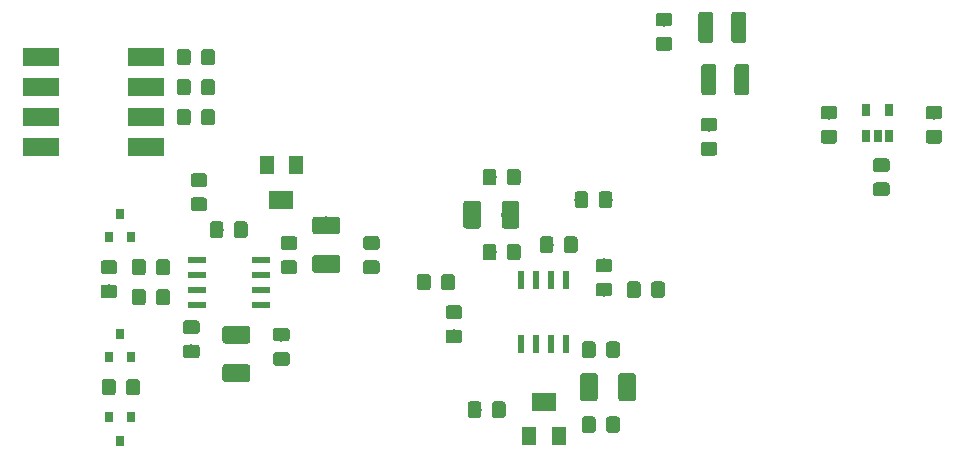
<source format=gbr>
G04 #@! TF.GenerationSoftware,KiCad,Pcbnew,(5.0.1)-4*
G04 #@! TF.CreationDate,2019-01-25T14:15:16+03:00*
G04 #@! TF.ProjectId,Lab Ampl,4C616220416D706C2E6B696361645F70,rev?*
G04 #@! TF.SameCoordinates,Original*
G04 #@! TF.FileFunction,Paste,Top*
G04 #@! TF.FilePolarity,Positive*
%FSLAX46Y46*%
G04 Gerber Fmt 4.6, Leading zero omitted, Abs format (unit mm)*
G04 Created by KiCad (PCBNEW (5.0.1)-4) date 25/01/2019 14:15:16*
%MOMM*%
%LPD*%
G01*
G04 APERTURE LIST*
%ADD10R,1.550000X0.600000*%
%ADD11C,0.100000*%
%ADD12C,1.150000*%
%ADD13R,0.800000X0.900000*%
%ADD14C,1.250000*%
%ADD15R,1.300000X1.600000*%
%ADD16R,2.000000X1.600000*%
%ADD17R,3.100000X1.600000*%
%ADD18R,0.600000X1.550000*%
%ADD19R,0.650000X1.060000*%
%ADD20C,1.500000*%
G04 APERTURE END LIST*
D10*
G04 #@! TO.C,U1*
X124300000Y-91440000D03*
X124300000Y-92710000D03*
X124300000Y-93980000D03*
X124300000Y-95250000D03*
X129700000Y-95250000D03*
X129700000Y-93980000D03*
X129700000Y-92710000D03*
X129700000Y-91440000D03*
G04 #@! TD*
D11*
G04 #@! TO.C,C1*
G36*
X121779505Y-93916204D02*
X121803773Y-93919804D01*
X121827572Y-93925765D01*
X121850671Y-93934030D01*
X121872850Y-93944520D01*
X121893893Y-93957132D01*
X121913599Y-93971747D01*
X121931777Y-93988223D01*
X121948253Y-94006401D01*
X121962868Y-94026107D01*
X121975480Y-94047150D01*
X121985970Y-94069329D01*
X121994235Y-94092428D01*
X122000196Y-94116227D01*
X122003796Y-94140495D01*
X122005000Y-94164999D01*
X122005000Y-95065001D01*
X122003796Y-95089505D01*
X122000196Y-95113773D01*
X121994235Y-95137572D01*
X121985970Y-95160671D01*
X121975480Y-95182850D01*
X121962868Y-95203893D01*
X121948253Y-95223599D01*
X121931777Y-95241777D01*
X121913599Y-95258253D01*
X121893893Y-95272868D01*
X121872850Y-95285480D01*
X121850671Y-95295970D01*
X121827572Y-95304235D01*
X121803773Y-95310196D01*
X121779505Y-95313796D01*
X121755001Y-95315000D01*
X121104999Y-95315000D01*
X121080495Y-95313796D01*
X121056227Y-95310196D01*
X121032428Y-95304235D01*
X121009329Y-95295970D01*
X120987150Y-95285480D01*
X120966107Y-95272868D01*
X120946401Y-95258253D01*
X120928223Y-95241777D01*
X120911747Y-95223599D01*
X120897132Y-95203893D01*
X120884520Y-95182850D01*
X120874030Y-95160671D01*
X120865765Y-95137572D01*
X120859804Y-95113773D01*
X120856204Y-95089505D01*
X120855000Y-95065001D01*
X120855000Y-94164999D01*
X120856204Y-94140495D01*
X120859804Y-94116227D01*
X120865765Y-94092428D01*
X120874030Y-94069329D01*
X120884520Y-94047150D01*
X120897132Y-94026107D01*
X120911747Y-94006401D01*
X120928223Y-93988223D01*
X120946401Y-93971747D01*
X120966107Y-93957132D01*
X120987150Y-93944520D01*
X121009329Y-93934030D01*
X121032428Y-93925765D01*
X121056227Y-93919804D01*
X121080495Y-93916204D01*
X121104999Y-93915000D01*
X121755001Y-93915000D01*
X121779505Y-93916204D01*
X121779505Y-93916204D01*
G37*
D12*
X121430000Y-94615000D03*
D11*
G36*
X119729505Y-93916204D02*
X119753773Y-93919804D01*
X119777572Y-93925765D01*
X119800671Y-93934030D01*
X119822850Y-93944520D01*
X119843893Y-93957132D01*
X119863599Y-93971747D01*
X119881777Y-93988223D01*
X119898253Y-94006401D01*
X119912868Y-94026107D01*
X119925480Y-94047150D01*
X119935970Y-94069329D01*
X119944235Y-94092428D01*
X119950196Y-94116227D01*
X119953796Y-94140495D01*
X119955000Y-94164999D01*
X119955000Y-95065001D01*
X119953796Y-95089505D01*
X119950196Y-95113773D01*
X119944235Y-95137572D01*
X119935970Y-95160671D01*
X119925480Y-95182850D01*
X119912868Y-95203893D01*
X119898253Y-95223599D01*
X119881777Y-95241777D01*
X119863599Y-95258253D01*
X119843893Y-95272868D01*
X119822850Y-95285480D01*
X119800671Y-95295970D01*
X119777572Y-95304235D01*
X119753773Y-95310196D01*
X119729505Y-95313796D01*
X119705001Y-95315000D01*
X119054999Y-95315000D01*
X119030495Y-95313796D01*
X119006227Y-95310196D01*
X118982428Y-95304235D01*
X118959329Y-95295970D01*
X118937150Y-95285480D01*
X118916107Y-95272868D01*
X118896401Y-95258253D01*
X118878223Y-95241777D01*
X118861747Y-95223599D01*
X118847132Y-95203893D01*
X118834520Y-95182850D01*
X118824030Y-95160671D01*
X118815765Y-95137572D01*
X118809804Y-95113773D01*
X118806204Y-95089505D01*
X118805000Y-95065001D01*
X118805000Y-94164999D01*
X118806204Y-94140495D01*
X118809804Y-94116227D01*
X118815765Y-94092428D01*
X118824030Y-94069329D01*
X118834520Y-94047150D01*
X118847132Y-94026107D01*
X118861747Y-94006401D01*
X118878223Y-93988223D01*
X118896401Y-93971747D01*
X118916107Y-93957132D01*
X118937150Y-93944520D01*
X118959329Y-93934030D01*
X118982428Y-93925765D01*
X119006227Y-93919804D01*
X119030495Y-93916204D01*
X119054999Y-93915000D01*
X119705001Y-93915000D01*
X119729505Y-93916204D01*
X119729505Y-93916204D01*
G37*
D12*
X119380000Y-94615000D03*
G04 #@! TD*
D11*
G04 #@! TO.C,C2*
G36*
X124299505Y-96581204D02*
X124323773Y-96584804D01*
X124347572Y-96590765D01*
X124370671Y-96599030D01*
X124392850Y-96609520D01*
X124413893Y-96622132D01*
X124433599Y-96636747D01*
X124451777Y-96653223D01*
X124468253Y-96671401D01*
X124482868Y-96691107D01*
X124495480Y-96712150D01*
X124505970Y-96734329D01*
X124514235Y-96757428D01*
X124520196Y-96781227D01*
X124523796Y-96805495D01*
X124525000Y-96829999D01*
X124525000Y-97480001D01*
X124523796Y-97504505D01*
X124520196Y-97528773D01*
X124514235Y-97552572D01*
X124505970Y-97575671D01*
X124495480Y-97597850D01*
X124482868Y-97618893D01*
X124468253Y-97638599D01*
X124451777Y-97656777D01*
X124433599Y-97673253D01*
X124413893Y-97687868D01*
X124392850Y-97700480D01*
X124370671Y-97710970D01*
X124347572Y-97719235D01*
X124323773Y-97725196D01*
X124299505Y-97728796D01*
X124275001Y-97730000D01*
X123374999Y-97730000D01*
X123350495Y-97728796D01*
X123326227Y-97725196D01*
X123302428Y-97719235D01*
X123279329Y-97710970D01*
X123257150Y-97700480D01*
X123236107Y-97687868D01*
X123216401Y-97673253D01*
X123198223Y-97656777D01*
X123181747Y-97638599D01*
X123167132Y-97618893D01*
X123154520Y-97597850D01*
X123144030Y-97575671D01*
X123135765Y-97552572D01*
X123129804Y-97528773D01*
X123126204Y-97504505D01*
X123125000Y-97480001D01*
X123125000Y-96829999D01*
X123126204Y-96805495D01*
X123129804Y-96781227D01*
X123135765Y-96757428D01*
X123144030Y-96734329D01*
X123154520Y-96712150D01*
X123167132Y-96691107D01*
X123181747Y-96671401D01*
X123198223Y-96653223D01*
X123216401Y-96636747D01*
X123236107Y-96622132D01*
X123257150Y-96609520D01*
X123279329Y-96599030D01*
X123302428Y-96590765D01*
X123326227Y-96584804D01*
X123350495Y-96581204D01*
X123374999Y-96580000D01*
X124275001Y-96580000D01*
X124299505Y-96581204D01*
X124299505Y-96581204D01*
G37*
D12*
X123825000Y-97155000D03*
D11*
G36*
X124299505Y-98631204D02*
X124323773Y-98634804D01*
X124347572Y-98640765D01*
X124370671Y-98649030D01*
X124392850Y-98659520D01*
X124413893Y-98672132D01*
X124433599Y-98686747D01*
X124451777Y-98703223D01*
X124468253Y-98721401D01*
X124482868Y-98741107D01*
X124495480Y-98762150D01*
X124505970Y-98784329D01*
X124514235Y-98807428D01*
X124520196Y-98831227D01*
X124523796Y-98855495D01*
X124525000Y-98879999D01*
X124525000Y-99530001D01*
X124523796Y-99554505D01*
X124520196Y-99578773D01*
X124514235Y-99602572D01*
X124505970Y-99625671D01*
X124495480Y-99647850D01*
X124482868Y-99668893D01*
X124468253Y-99688599D01*
X124451777Y-99706777D01*
X124433599Y-99723253D01*
X124413893Y-99737868D01*
X124392850Y-99750480D01*
X124370671Y-99760970D01*
X124347572Y-99769235D01*
X124323773Y-99775196D01*
X124299505Y-99778796D01*
X124275001Y-99780000D01*
X123374999Y-99780000D01*
X123350495Y-99778796D01*
X123326227Y-99775196D01*
X123302428Y-99769235D01*
X123279329Y-99760970D01*
X123257150Y-99750480D01*
X123236107Y-99737868D01*
X123216401Y-99723253D01*
X123198223Y-99706777D01*
X123181747Y-99688599D01*
X123167132Y-99668893D01*
X123154520Y-99647850D01*
X123144030Y-99625671D01*
X123135765Y-99602572D01*
X123129804Y-99578773D01*
X123126204Y-99554505D01*
X123125000Y-99530001D01*
X123125000Y-98879999D01*
X123126204Y-98855495D01*
X123129804Y-98831227D01*
X123135765Y-98807428D01*
X123144030Y-98784329D01*
X123154520Y-98762150D01*
X123167132Y-98741107D01*
X123181747Y-98721401D01*
X123198223Y-98703223D01*
X123216401Y-98686747D01*
X123236107Y-98672132D01*
X123257150Y-98659520D01*
X123279329Y-98649030D01*
X123302428Y-98640765D01*
X123326227Y-98634804D01*
X123350495Y-98631204D01*
X123374999Y-98630000D01*
X124275001Y-98630000D01*
X124299505Y-98631204D01*
X124299505Y-98631204D01*
G37*
D12*
X123825000Y-99205000D03*
G04 #@! TD*
D11*
G04 #@! TO.C,C4*
G36*
X128374505Y-88201204D02*
X128398773Y-88204804D01*
X128422572Y-88210765D01*
X128445671Y-88219030D01*
X128467850Y-88229520D01*
X128488893Y-88242132D01*
X128508599Y-88256747D01*
X128526777Y-88273223D01*
X128543253Y-88291401D01*
X128557868Y-88311107D01*
X128570480Y-88332150D01*
X128580970Y-88354329D01*
X128589235Y-88377428D01*
X128595196Y-88401227D01*
X128598796Y-88425495D01*
X128600000Y-88449999D01*
X128600000Y-89350001D01*
X128598796Y-89374505D01*
X128595196Y-89398773D01*
X128589235Y-89422572D01*
X128580970Y-89445671D01*
X128570480Y-89467850D01*
X128557868Y-89488893D01*
X128543253Y-89508599D01*
X128526777Y-89526777D01*
X128508599Y-89543253D01*
X128488893Y-89557868D01*
X128467850Y-89570480D01*
X128445671Y-89580970D01*
X128422572Y-89589235D01*
X128398773Y-89595196D01*
X128374505Y-89598796D01*
X128350001Y-89600000D01*
X127699999Y-89600000D01*
X127675495Y-89598796D01*
X127651227Y-89595196D01*
X127627428Y-89589235D01*
X127604329Y-89580970D01*
X127582150Y-89570480D01*
X127561107Y-89557868D01*
X127541401Y-89543253D01*
X127523223Y-89526777D01*
X127506747Y-89508599D01*
X127492132Y-89488893D01*
X127479520Y-89467850D01*
X127469030Y-89445671D01*
X127460765Y-89422572D01*
X127454804Y-89398773D01*
X127451204Y-89374505D01*
X127450000Y-89350001D01*
X127450000Y-88449999D01*
X127451204Y-88425495D01*
X127454804Y-88401227D01*
X127460765Y-88377428D01*
X127469030Y-88354329D01*
X127479520Y-88332150D01*
X127492132Y-88311107D01*
X127506747Y-88291401D01*
X127523223Y-88273223D01*
X127541401Y-88256747D01*
X127561107Y-88242132D01*
X127582150Y-88229520D01*
X127604329Y-88219030D01*
X127627428Y-88210765D01*
X127651227Y-88204804D01*
X127675495Y-88201204D01*
X127699999Y-88200000D01*
X128350001Y-88200000D01*
X128374505Y-88201204D01*
X128374505Y-88201204D01*
G37*
D12*
X128025000Y-88900000D03*
D11*
G36*
X126324505Y-88201204D02*
X126348773Y-88204804D01*
X126372572Y-88210765D01*
X126395671Y-88219030D01*
X126417850Y-88229520D01*
X126438893Y-88242132D01*
X126458599Y-88256747D01*
X126476777Y-88273223D01*
X126493253Y-88291401D01*
X126507868Y-88311107D01*
X126520480Y-88332150D01*
X126530970Y-88354329D01*
X126539235Y-88377428D01*
X126545196Y-88401227D01*
X126548796Y-88425495D01*
X126550000Y-88449999D01*
X126550000Y-89350001D01*
X126548796Y-89374505D01*
X126545196Y-89398773D01*
X126539235Y-89422572D01*
X126530970Y-89445671D01*
X126520480Y-89467850D01*
X126507868Y-89488893D01*
X126493253Y-89508599D01*
X126476777Y-89526777D01*
X126458599Y-89543253D01*
X126438893Y-89557868D01*
X126417850Y-89570480D01*
X126395671Y-89580970D01*
X126372572Y-89589235D01*
X126348773Y-89595196D01*
X126324505Y-89598796D01*
X126300001Y-89600000D01*
X125649999Y-89600000D01*
X125625495Y-89598796D01*
X125601227Y-89595196D01*
X125577428Y-89589235D01*
X125554329Y-89580970D01*
X125532150Y-89570480D01*
X125511107Y-89557868D01*
X125491401Y-89543253D01*
X125473223Y-89526777D01*
X125456747Y-89508599D01*
X125442132Y-89488893D01*
X125429520Y-89467850D01*
X125419030Y-89445671D01*
X125410765Y-89422572D01*
X125404804Y-89398773D01*
X125401204Y-89374505D01*
X125400000Y-89350001D01*
X125400000Y-88449999D01*
X125401204Y-88425495D01*
X125404804Y-88401227D01*
X125410765Y-88377428D01*
X125419030Y-88354329D01*
X125429520Y-88332150D01*
X125442132Y-88311107D01*
X125456747Y-88291401D01*
X125473223Y-88273223D01*
X125491401Y-88256747D01*
X125511107Y-88242132D01*
X125532150Y-88229520D01*
X125554329Y-88219030D01*
X125577428Y-88210765D01*
X125601227Y-88204804D01*
X125625495Y-88201204D01*
X125649999Y-88200000D01*
X126300001Y-88200000D01*
X126324505Y-88201204D01*
X126324505Y-88201204D01*
G37*
D12*
X125975000Y-88900000D03*
G04 #@! TD*
D11*
G04 #@! TO.C,C6*
G36*
X132554505Y-91501204D02*
X132578773Y-91504804D01*
X132602572Y-91510765D01*
X132625671Y-91519030D01*
X132647850Y-91529520D01*
X132668893Y-91542132D01*
X132688599Y-91556747D01*
X132706777Y-91573223D01*
X132723253Y-91591401D01*
X132737868Y-91611107D01*
X132750480Y-91632150D01*
X132760970Y-91654329D01*
X132769235Y-91677428D01*
X132775196Y-91701227D01*
X132778796Y-91725495D01*
X132780000Y-91749999D01*
X132780000Y-92400001D01*
X132778796Y-92424505D01*
X132775196Y-92448773D01*
X132769235Y-92472572D01*
X132760970Y-92495671D01*
X132750480Y-92517850D01*
X132737868Y-92538893D01*
X132723253Y-92558599D01*
X132706777Y-92576777D01*
X132688599Y-92593253D01*
X132668893Y-92607868D01*
X132647850Y-92620480D01*
X132625671Y-92630970D01*
X132602572Y-92639235D01*
X132578773Y-92645196D01*
X132554505Y-92648796D01*
X132530001Y-92650000D01*
X131629999Y-92650000D01*
X131605495Y-92648796D01*
X131581227Y-92645196D01*
X131557428Y-92639235D01*
X131534329Y-92630970D01*
X131512150Y-92620480D01*
X131491107Y-92607868D01*
X131471401Y-92593253D01*
X131453223Y-92576777D01*
X131436747Y-92558599D01*
X131422132Y-92538893D01*
X131409520Y-92517850D01*
X131399030Y-92495671D01*
X131390765Y-92472572D01*
X131384804Y-92448773D01*
X131381204Y-92424505D01*
X131380000Y-92400001D01*
X131380000Y-91749999D01*
X131381204Y-91725495D01*
X131384804Y-91701227D01*
X131390765Y-91677428D01*
X131399030Y-91654329D01*
X131409520Y-91632150D01*
X131422132Y-91611107D01*
X131436747Y-91591401D01*
X131453223Y-91573223D01*
X131471401Y-91556747D01*
X131491107Y-91542132D01*
X131512150Y-91529520D01*
X131534329Y-91519030D01*
X131557428Y-91510765D01*
X131581227Y-91504804D01*
X131605495Y-91501204D01*
X131629999Y-91500000D01*
X132530001Y-91500000D01*
X132554505Y-91501204D01*
X132554505Y-91501204D01*
G37*
D12*
X132080000Y-92075000D03*
D11*
G36*
X132554505Y-89451204D02*
X132578773Y-89454804D01*
X132602572Y-89460765D01*
X132625671Y-89469030D01*
X132647850Y-89479520D01*
X132668893Y-89492132D01*
X132688599Y-89506747D01*
X132706777Y-89523223D01*
X132723253Y-89541401D01*
X132737868Y-89561107D01*
X132750480Y-89582150D01*
X132760970Y-89604329D01*
X132769235Y-89627428D01*
X132775196Y-89651227D01*
X132778796Y-89675495D01*
X132780000Y-89699999D01*
X132780000Y-90350001D01*
X132778796Y-90374505D01*
X132775196Y-90398773D01*
X132769235Y-90422572D01*
X132760970Y-90445671D01*
X132750480Y-90467850D01*
X132737868Y-90488893D01*
X132723253Y-90508599D01*
X132706777Y-90526777D01*
X132688599Y-90543253D01*
X132668893Y-90557868D01*
X132647850Y-90570480D01*
X132625671Y-90580970D01*
X132602572Y-90589235D01*
X132578773Y-90595196D01*
X132554505Y-90598796D01*
X132530001Y-90600000D01*
X131629999Y-90600000D01*
X131605495Y-90598796D01*
X131581227Y-90595196D01*
X131557428Y-90589235D01*
X131534329Y-90580970D01*
X131512150Y-90570480D01*
X131491107Y-90557868D01*
X131471401Y-90543253D01*
X131453223Y-90526777D01*
X131436747Y-90508599D01*
X131422132Y-90488893D01*
X131409520Y-90467850D01*
X131399030Y-90445671D01*
X131390765Y-90422572D01*
X131384804Y-90398773D01*
X131381204Y-90374505D01*
X131380000Y-90350001D01*
X131380000Y-89699999D01*
X131381204Y-89675495D01*
X131384804Y-89651227D01*
X131390765Y-89627428D01*
X131399030Y-89604329D01*
X131409520Y-89582150D01*
X131422132Y-89561107D01*
X131436747Y-89541401D01*
X131453223Y-89523223D01*
X131471401Y-89506747D01*
X131491107Y-89492132D01*
X131512150Y-89479520D01*
X131534329Y-89469030D01*
X131557428Y-89460765D01*
X131581227Y-89454804D01*
X131605495Y-89451204D01*
X131629999Y-89450000D01*
X132530001Y-89450000D01*
X132554505Y-89451204D01*
X132554505Y-89451204D01*
G37*
D12*
X132080000Y-90025000D03*
G04 #@! TD*
D11*
G04 #@! TO.C,C7*
G36*
X148159505Y-103441204D02*
X148183773Y-103444804D01*
X148207572Y-103450765D01*
X148230671Y-103459030D01*
X148252850Y-103469520D01*
X148273893Y-103482132D01*
X148293599Y-103496747D01*
X148311777Y-103513223D01*
X148328253Y-103531401D01*
X148342868Y-103551107D01*
X148355480Y-103572150D01*
X148365970Y-103594329D01*
X148374235Y-103617428D01*
X148380196Y-103641227D01*
X148383796Y-103665495D01*
X148385000Y-103689999D01*
X148385000Y-104590001D01*
X148383796Y-104614505D01*
X148380196Y-104638773D01*
X148374235Y-104662572D01*
X148365970Y-104685671D01*
X148355480Y-104707850D01*
X148342868Y-104728893D01*
X148328253Y-104748599D01*
X148311777Y-104766777D01*
X148293599Y-104783253D01*
X148273893Y-104797868D01*
X148252850Y-104810480D01*
X148230671Y-104820970D01*
X148207572Y-104829235D01*
X148183773Y-104835196D01*
X148159505Y-104838796D01*
X148135001Y-104840000D01*
X147484999Y-104840000D01*
X147460495Y-104838796D01*
X147436227Y-104835196D01*
X147412428Y-104829235D01*
X147389329Y-104820970D01*
X147367150Y-104810480D01*
X147346107Y-104797868D01*
X147326401Y-104783253D01*
X147308223Y-104766777D01*
X147291747Y-104748599D01*
X147277132Y-104728893D01*
X147264520Y-104707850D01*
X147254030Y-104685671D01*
X147245765Y-104662572D01*
X147239804Y-104638773D01*
X147236204Y-104614505D01*
X147235000Y-104590001D01*
X147235000Y-103689999D01*
X147236204Y-103665495D01*
X147239804Y-103641227D01*
X147245765Y-103617428D01*
X147254030Y-103594329D01*
X147264520Y-103572150D01*
X147277132Y-103551107D01*
X147291747Y-103531401D01*
X147308223Y-103513223D01*
X147326401Y-103496747D01*
X147346107Y-103482132D01*
X147367150Y-103469520D01*
X147389329Y-103459030D01*
X147412428Y-103450765D01*
X147436227Y-103444804D01*
X147460495Y-103441204D01*
X147484999Y-103440000D01*
X148135001Y-103440000D01*
X148159505Y-103441204D01*
X148159505Y-103441204D01*
G37*
D12*
X147810000Y-104140000D03*
D11*
G36*
X150209505Y-103441204D02*
X150233773Y-103444804D01*
X150257572Y-103450765D01*
X150280671Y-103459030D01*
X150302850Y-103469520D01*
X150323893Y-103482132D01*
X150343599Y-103496747D01*
X150361777Y-103513223D01*
X150378253Y-103531401D01*
X150392868Y-103551107D01*
X150405480Y-103572150D01*
X150415970Y-103594329D01*
X150424235Y-103617428D01*
X150430196Y-103641227D01*
X150433796Y-103665495D01*
X150435000Y-103689999D01*
X150435000Y-104590001D01*
X150433796Y-104614505D01*
X150430196Y-104638773D01*
X150424235Y-104662572D01*
X150415970Y-104685671D01*
X150405480Y-104707850D01*
X150392868Y-104728893D01*
X150378253Y-104748599D01*
X150361777Y-104766777D01*
X150343599Y-104783253D01*
X150323893Y-104797868D01*
X150302850Y-104810480D01*
X150280671Y-104820970D01*
X150257572Y-104829235D01*
X150233773Y-104835196D01*
X150209505Y-104838796D01*
X150185001Y-104840000D01*
X149534999Y-104840000D01*
X149510495Y-104838796D01*
X149486227Y-104835196D01*
X149462428Y-104829235D01*
X149439329Y-104820970D01*
X149417150Y-104810480D01*
X149396107Y-104797868D01*
X149376401Y-104783253D01*
X149358223Y-104766777D01*
X149341747Y-104748599D01*
X149327132Y-104728893D01*
X149314520Y-104707850D01*
X149304030Y-104685671D01*
X149295765Y-104662572D01*
X149289804Y-104638773D01*
X149286204Y-104614505D01*
X149285000Y-104590001D01*
X149285000Y-103689999D01*
X149286204Y-103665495D01*
X149289804Y-103641227D01*
X149295765Y-103617428D01*
X149304030Y-103594329D01*
X149314520Y-103572150D01*
X149327132Y-103551107D01*
X149341747Y-103531401D01*
X149358223Y-103513223D01*
X149376401Y-103496747D01*
X149396107Y-103482132D01*
X149417150Y-103469520D01*
X149439329Y-103459030D01*
X149462428Y-103450765D01*
X149486227Y-103444804D01*
X149510495Y-103441204D01*
X149534999Y-103440000D01*
X150185001Y-103440000D01*
X150209505Y-103441204D01*
X150209505Y-103441204D01*
G37*
D12*
X149860000Y-104140000D03*
G04 #@! TD*
D11*
G04 #@! TO.C,C8*
G36*
X156314505Y-89471204D02*
X156338773Y-89474804D01*
X156362572Y-89480765D01*
X156385671Y-89489030D01*
X156407850Y-89499520D01*
X156428893Y-89512132D01*
X156448599Y-89526747D01*
X156466777Y-89543223D01*
X156483253Y-89561401D01*
X156497868Y-89581107D01*
X156510480Y-89602150D01*
X156520970Y-89624329D01*
X156529235Y-89647428D01*
X156535196Y-89671227D01*
X156538796Y-89695495D01*
X156540000Y-89719999D01*
X156540000Y-90620001D01*
X156538796Y-90644505D01*
X156535196Y-90668773D01*
X156529235Y-90692572D01*
X156520970Y-90715671D01*
X156510480Y-90737850D01*
X156497868Y-90758893D01*
X156483253Y-90778599D01*
X156466777Y-90796777D01*
X156448599Y-90813253D01*
X156428893Y-90827868D01*
X156407850Y-90840480D01*
X156385671Y-90850970D01*
X156362572Y-90859235D01*
X156338773Y-90865196D01*
X156314505Y-90868796D01*
X156290001Y-90870000D01*
X155639999Y-90870000D01*
X155615495Y-90868796D01*
X155591227Y-90865196D01*
X155567428Y-90859235D01*
X155544329Y-90850970D01*
X155522150Y-90840480D01*
X155501107Y-90827868D01*
X155481401Y-90813253D01*
X155463223Y-90796777D01*
X155446747Y-90778599D01*
X155432132Y-90758893D01*
X155419520Y-90737850D01*
X155409030Y-90715671D01*
X155400765Y-90692572D01*
X155394804Y-90668773D01*
X155391204Y-90644505D01*
X155390000Y-90620001D01*
X155390000Y-89719999D01*
X155391204Y-89695495D01*
X155394804Y-89671227D01*
X155400765Y-89647428D01*
X155409030Y-89624329D01*
X155419520Y-89602150D01*
X155432132Y-89581107D01*
X155446747Y-89561401D01*
X155463223Y-89543223D01*
X155481401Y-89526747D01*
X155501107Y-89512132D01*
X155522150Y-89499520D01*
X155544329Y-89489030D01*
X155567428Y-89480765D01*
X155591227Y-89474804D01*
X155615495Y-89471204D01*
X155639999Y-89470000D01*
X156290001Y-89470000D01*
X156314505Y-89471204D01*
X156314505Y-89471204D01*
G37*
D12*
X155965000Y-90170000D03*
D11*
G36*
X154264505Y-89471204D02*
X154288773Y-89474804D01*
X154312572Y-89480765D01*
X154335671Y-89489030D01*
X154357850Y-89499520D01*
X154378893Y-89512132D01*
X154398599Y-89526747D01*
X154416777Y-89543223D01*
X154433253Y-89561401D01*
X154447868Y-89581107D01*
X154460480Y-89602150D01*
X154470970Y-89624329D01*
X154479235Y-89647428D01*
X154485196Y-89671227D01*
X154488796Y-89695495D01*
X154490000Y-89719999D01*
X154490000Y-90620001D01*
X154488796Y-90644505D01*
X154485196Y-90668773D01*
X154479235Y-90692572D01*
X154470970Y-90715671D01*
X154460480Y-90737850D01*
X154447868Y-90758893D01*
X154433253Y-90778599D01*
X154416777Y-90796777D01*
X154398599Y-90813253D01*
X154378893Y-90827868D01*
X154357850Y-90840480D01*
X154335671Y-90850970D01*
X154312572Y-90859235D01*
X154288773Y-90865196D01*
X154264505Y-90868796D01*
X154240001Y-90870000D01*
X153589999Y-90870000D01*
X153565495Y-90868796D01*
X153541227Y-90865196D01*
X153517428Y-90859235D01*
X153494329Y-90850970D01*
X153472150Y-90840480D01*
X153451107Y-90827868D01*
X153431401Y-90813253D01*
X153413223Y-90796777D01*
X153396747Y-90778599D01*
X153382132Y-90758893D01*
X153369520Y-90737850D01*
X153359030Y-90715671D01*
X153350765Y-90692572D01*
X153344804Y-90668773D01*
X153341204Y-90644505D01*
X153340000Y-90620001D01*
X153340000Y-89719999D01*
X153341204Y-89695495D01*
X153344804Y-89671227D01*
X153350765Y-89647428D01*
X153359030Y-89624329D01*
X153369520Y-89602150D01*
X153382132Y-89581107D01*
X153396747Y-89561401D01*
X153413223Y-89543223D01*
X153431401Y-89526747D01*
X153451107Y-89512132D01*
X153472150Y-89499520D01*
X153494329Y-89489030D01*
X153517428Y-89480765D01*
X153541227Y-89474804D01*
X153565495Y-89471204D01*
X153589999Y-89470000D01*
X154240001Y-89470000D01*
X154264505Y-89471204D01*
X154264505Y-89471204D01*
G37*
D12*
X153915000Y-90170000D03*
G04 #@! TD*
D11*
G04 #@! TO.C,C9*
G36*
X159879505Y-98361204D02*
X159903773Y-98364804D01*
X159927572Y-98370765D01*
X159950671Y-98379030D01*
X159972850Y-98389520D01*
X159993893Y-98402132D01*
X160013599Y-98416747D01*
X160031777Y-98433223D01*
X160048253Y-98451401D01*
X160062868Y-98471107D01*
X160075480Y-98492150D01*
X160085970Y-98514329D01*
X160094235Y-98537428D01*
X160100196Y-98561227D01*
X160103796Y-98585495D01*
X160105000Y-98609999D01*
X160105000Y-99510001D01*
X160103796Y-99534505D01*
X160100196Y-99558773D01*
X160094235Y-99582572D01*
X160085970Y-99605671D01*
X160075480Y-99627850D01*
X160062868Y-99648893D01*
X160048253Y-99668599D01*
X160031777Y-99686777D01*
X160013599Y-99703253D01*
X159993893Y-99717868D01*
X159972850Y-99730480D01*
X159950671Y-99740970D01*
X159927572Y-99749235D01*
X159903773Y-99755196D01*
X159879505Y-99758796D01*
X159855001Y-99760000D01*
X159204999Y-99760000D01*
X159180495Y-99758796D01*
X159156227Y-99755196D01*
X159132428Y-99749235D01*
X159109329Y-99740970D01*
X159087150Y-99730480D01*
X159066107Y-99717868D01*
X159046401Y-99703253D01*
X159028223Y-99686777D01*
X159011747Y-99668599D01*
X158997132Y-99648893D01*
X158984520Y-99627850D01*
X158974030Y-99605671D01*
X158965765Y-99582572D01*
X158959804Y-99558773D01*
X158956204Y-99534505D01*
X158955000Y-99510001D01*
X158955000Y-98609999D01*
X158956204Y-98585495D01*
X158959804Y-98561227D01*
X158965765Y-98537428D01*
X158974030Y-98514329D01*
X158984520Y-98492150D01*
X158997132Y-98471107D01*
X159011747Y-98451401D01*
X159028223Y-98433223D01*
X159046401Y-98416747D01*
X159066107Y-98402132D01*
X159087150Y-98389520D01*
X159109329Y-98379030D01*
X159132428Y-98370765D01*
X159156227Y-98364804D01*
X159180495Y-98361204D01*
X159204999Y-98360000D01*
X159855001Y-98360000D01*
X159879505Y-98361204D01*
X159879505Y-98361204D01*
G37*
D12*
X159530000Y-99060000D03*
D11*
G36*
X157829505Y-98361204D02*
X157853773Y-98364804D01*
X157877572Y-98370765D01*
X157900671Y-98379030D01*
X157922850Y-98389520D01*
X157943893Y-98402132D01*
X157963599Y-98416747D01*
X157981777Y-98433223D01*
X157998253Y-98451401D01*
X158012868Y-98471107D01*
X158025480Y-98492150D01*
X158035970Y-98514329D01*
X158044235Y-98537428D01*
X158050196Y-98561227D01*
X158053796Y-98585495D01*
X158055000Y-98609999D01*
X158055000Y-99510001D01*
X158053796Y-99534505D01*
X158050196Y-99558773D01*
X158044235Y-99582572D01*
X158035970Y-99605671D01*
X158025480Y-99627850D01*
X158012868Y-99648893D01*
X157998253Y-99668599D01*
X157981777Y-99686777D01*
X157963599Y-99703253D01*
X157943893Y-99717868D01*
X157922850Y-99730480D01*
X157900671Y-99740970D01*
X157877572Y-99749235D01*
X157853773Y-99755196D01*
X157829505Y-99758796D01*
X157805001Y-99760000D01*
X157154999Y-99760000D01*
X157130495Y-99758796D01*
X157106227Y-99755196D01*
X157082428Y-99749235D01*
X157059329Y-99740970D01*
X157037150Y-99730480D01*
X157016107Y-99717868D01*
X156996401Y-99703253D01*
X156978223Y-99686777D01*
X156961747Y-99668599D01*
X156947132Y-99648893D01*
X156934520Y-99627850D01*
X156924030Y-99605671D01*
X156915765Y-99582572D01*
X156909804Y-99558773D01*
X156906204Y-99534505D01*
X156905000Y-99510001D01*
X156905000Y-98609999D01*
X156906204Y-98585495D01*
X156909804Y-98561227D01*
X156915765Y-98537428D01*
X156924030Y-98514329D01*
X156934520Y-98492150D01*
X156947132Y-98471107D01*
X156961747Y-98451401D01*
X156978223Y-98433223D01*
X156996401Y-98416747D01*
X157016107Y-98402132D01*
X157037150Y-98389520D01*
X157059329Y-98379030D01*
X157082428Y-98370765D01*
X157106227Y-98364804D01*
X157130495Y-98361204D01*
X157154999Y-98360000D01*
X157805001Y-98360000D01*
X157829505Y-98361204D01*
X157829505Y-98361204D01*
G37*
D12*
X157480000Y-99060000D03*
G04 #@! TD*
D11*
G04 #@! TO.C,C12*
G36*
X151479505Y-90106204D02*
X151503773Y-90109804D01*
X151527572Y-90115765D01*
X151550671Y-90124030D01*
X151572850Y-90134520D01*
X151593893Y-90147132D01*
X151613599Y-90161747D01*
X151631777Y-90178223D01*
X151648253Y-90196401D01*
X151662868Y-90216107D01*
X151675480Y-90237150D01*
X151685970Y-90259329D01*
X151694235Y-90282428D01*
X151700196Y-90306227D01*
X151703796Y-90330495D01*
X151705000Y-90354999D01*
X151705000Y-91255001D01*
X151703796Y-91279505D01*
X151700196Y-91303773D01*
X151694235Y-91327572D01*
X151685970Y-91350671D01*
X151675480Y-91372850D01*
X151662868Y-91393893D01*
X151648253Y-91413599D01*
X151631777Y-91431777D01*
X151613599Y-91448253D01*
X151593893Y-91462868D01*
X151572850Y-91475480D01*
X151550671Y-91485970D01*
X151527572Y-91494235D01*
X151503773Y-91500196D01*
X151479505Y-91503796D01*
X151455001Y-91505000D01*
X150804999Y-91505000D01*
X150780495Y-91503796D01*
X150756227Y-91500196D01*
X150732428Y-91494235D01*
X150709329Y-91485970D01*
X150687150Y-91475480D01*
X150666107Y-91462868D01*
X150646401Y-91448253D01*
X150628223Y-91431777D01*
X150611747Y-91413599D01*
X150597132Y-91393893D01*
X150584520Y-91372850D01*
X150574030Y-91350671D01*
X150565765Y-91327572D01*
X150559804Y-91303773D01*
X150556204Y-91279505D01*
X150555000Y-91255001D01*
X150555000Y-90354999D01*
X150556204Y-90330495D01*
X150559804Y-90306227D01*
X150565765Y-90282428D01*
X150574030Y-90259329D01*
X150584520Y-90237150D01*
X150597132Y-90216107D01*
X150611747Y-90196401D01*
X150628223Y-90178223D01*
X150646401Y-90161747D01*
X150666107Y-90147132D01*
X150687150Y-90134520D01*
X150709329Y-90124030D01*
X150732428Y-90115765D01*
X150756227Y-90109804D01*
X150780495Y-90106204D01*
X150804999Y-90105000D01*
X151455001Y-90105000D01*
X151479505Y-90106204D01*
X151479505Y-90106204D01*
G37*
D12*
X151130000Y-90805000D03*
D11*
G36*
X149429505Y-90106204D02*
X149453773Y-90109804D01*
X149477572Y-90115765D01*
X149500671Y-90124030D01*
X149522850Y-90134520D01*
X149543893Y-90147132D01*
X149563599Y-90161747D01*
X149581777Y-90178223D01*
X149598253Y-90196401D01*
X149612868Y-90216107D01*
X149625480Y-90237150D01*
X149635970Y-90259329D01*
X149644235Y-90282428D01*
X149650196Y-90306227D01*
X149653796Y-90330495D01*
X149655000Y-90354999D01*
X149655000Y-91255001D01*
X149653796Y-91279505D01*
X149650196Y-91303773D01*
X149644235Y-91327572D01*
X149635970Y-91350671D01*
X149625480Y-91372850D01*
X149612868Y-91393893D01*
X149598253Y-91413599D01*
X149581777Y-91431777D01*
X149563599Y-91448253D01*
X149543893Y-91462868D01*
X149522850Y-91475480D01*
X149500671Y-91485970D01*
X149477572Y-91494235D01*
X149453773Y-91500196D01*
X149429505Y-91503796D01*
X149405001Y-91505000D01*
X148754999Y-91505000D01*
X148730495Y-91503796D01*
X148706227Y-91500196D01*
X148682428Y-91494235D01*
X148659329Y-91485970D01*
X148637150Y-91475480D01*
X148616107Y-91462868D01*
X148596401Y-91448253D01*
X148578223Y-91431777D01*
X148561747Y-91413599D01*
X148547132Y-91393893D01*
X148534520Y-91372850D01*
X148524030Y-91350671D01*
X148515765Y-91327572D01*
X148509804Y-91303773D01*
X148506204Y-91279505D01*
X148505000Y-91255001D01*
X148505000Y-90354999D01*
X148506204Y-90330495D01*
X148509804Y-90306227D01*
X148515765Y-90282428D01*
X148524030Y-90259329D01*
X148534520Y-90237150D01*
X148547132Y-90216107D01*
X148561747Y-90196401D01*
X148578223Y-90178223D01*
X148596401Y-90161747D01*
X148616107Y-90147132D01*
X148637150Y-90134520D01*
X148659329Y-90124030D01*
X148682428Y-90115765D01*
X148706227Y-90109804D01*
X148730495Y-90106204D01*
X148754999Y-90105000D01*
X149405001Y-90105000D01*
X149429505Y-90106204D01*
X149429505Y-90106204D01*
G37*
D12*
X149080000Y-90805000D03*
G04 #@! TD*
D11*
G04 #@! TO.C,C13*
G36*
X182719505Y-82856204D02*
X182743773Y-82859804D01*
X182767572Y-82865765D01*
X182790671Y-82874030D01*
X182812850Y-82884520D01*
X182833893Y-82897132D01*
X182853599Y-82911747D01*
X182871777Y-82928223D01*
X182888253Y-82946401D01*
X182902868Y-82966107D01*
X182915480Y-82987150D01*
X182925970Y-83009329D01*
X182934235Y-83032428D01*
X182940196Y-83056227D01*
X182943796Y-83080495D01*
X182945000Y-83104999D01*
X182945000Y-83755001D01*
X182943796Y-83779505D01*
X182940196Y-83803773D01*
X182934235Y-83827572D01*
X182925970Y-83850671D01*
X182915480Y-83872850D01*
X182902868Y-83893893D01*
X182888253Y-83913599D01*
X182871777Y-83931777D01*
X182853599Y-83948253D01*
X182833893Y-83962868D01*
X182812850Y-83975480D01*
X182790671Y-83985970D01*
X182767572Y-83994235D01*
X182743773Y-84000196D01*
X182719505Y-84003796D01*
X182695001Y-84005000D01*
X181794999Y-84005000D01*
X181770495Y-84003796D01*
X181746227Y-84000196D01*
X181722428Y-83994235D01*
X181699329Y-83985970D01*
X181677150Y-83975480D01*
X181656107Y-83962868D01*
X181636401Y-83948253D01*
X181618223Y-83931777D01*
X181601747Y-83913599D01*
X181587132Y-83893893D01*
X181574520Y-83872850D01*
X181564030Y-83850671D01*
X181555765Y-83827572D01*
X181549804Y-83803773D01*
X181546204Y-83779505D01*
X181545000Y-83755001D01*
X181545000Y-83104999D01*
X181546204Y-83080495D01*
X181549804Y-83056227D01*
X181555765Y-83032428D01*
X181564030Y-83009329D01*
X181574520Y-82987150D01*
X181587132Y-82966107D01*
X181601747Y-82946401D01*
X181618223Y-82928223D01*
X181636401Y-82911747D01*
X181656107Y-82897132D01*
X181677150Y-82884520D01*
X181699329Y-82874030D01*
X181722428Y-82865765D01*
X181746227Y-82859804D01*
X181770495Y-82856204D01*
X181794999Y-82855000D01*
X182695001Y-82855000D01*
X182719505Y-82856204D01*
X182719505Y-82856204D01*
G37*
D12*
X182245000Y-83430000D03*
D11*
G36*
X182719505Y-84906204D02*
X182743773Y-84909804D01*
X182767572Y-84915765D01*
X182790671Y-84924030D01*
X182812850Y-84934520D01*
X182833893Y-84947132D01*
X182853599Y-84961747D01*
X182871777Y-84978223D01*
X182888253Y-84996401D01*
X182902868Y-85016107D01*
X182915480Y-85037150D01*
X182925970Y-85059329D01*
X182934235Y-85082428D01*
X182940196Y-85106227D01*
X182943796Y-85130495D01*
X182945000Y-85154999D01*
X182945000Y-85805001D01*
X182943796Y-85829505D01*
X182940196Y-85853773D01*
X182934235Y-85877572D01*
X182925970Y-85900671D01*
X182915480Y-85922850D01*
X182902868Y-85943893D01*
X182888253Y-85963599D01*
X182871777Y-85981777D01*
X182853599Y-85998253D01*
X182833893Y-86012868D01*
X182812850Y-86025480D01*
X182790671Y-86035970D01*
X182767572Y-86044235D01*
X182743773Y-86050196D01*
X182719505Y-86053796D01*
X182695001Y-86055000D01*
X181794999Y-86055000D01*
X181770495Y-86053796D01*
X181746227Y-86050196D01*
X181722428Y-86044235D01*
X181699329Y-86035970D01*
X181677150Y-86025480D01*
X181656107Y-86012868D01*
X181636401Y-85998253D01*
X181618223Y-85981777D01*
X181601747Y-85963599D01*
X181587132Y-85943893D01*
X181574520Y-85922850D01*
X181564030Y-85900671D01*
X181555765Y-85877572D01*
X181549804Y-85853773D01*
X181546204Y-85829505D01*
X181545000Y-85805001D01*
X181545000Y-85154999D01*
X181546204Y-85130495D01*
X181549804Y-85106227D01*
X181555765Y-85082428D01*
X181564030Y-85059329D01*
X181574520Y-85037150D01*
X181587132Y-85016107D01*
X181601747Y-84996401D01*
X181618223Y-84978223D01*
X181636401Y-84961747D01*
X181656107Y-84947132D01*
X181677150Y-84934520D01*
X181699329Y-84924030D01*
X181722428Y-84915765D01*
X181746227Y-84909804D01*
X181770495Y-84906204D01*
X181794999Y-84905000D01*
X182695001Y-84905000D01*
X182719505Y-84906204D01*
X182719505Y-84906204D01*
G37*
D12*
X182245000Y-85480000D03*
G04 #@! TD*
D11*
G04 #@! TO.C,C14*
G36*
X187164505Y-80461204D02*
X187188773Y-80464804D01*
X187212572Y-80470765D01*
X187235671Y-80479030D01*
X187257850Y-80489520D01*
X187278893Y-80502132D01*
X187298599Y-80516747D01*
X187316777Y-80533223D01*
X187333253Y-80551401D01*
X187347868Y-80571107D01*
X187360480Y-80592150D01*
X187370970Y-80614329D01*
X187379235Y-80637428D01*
X187385196Y-80661227D01*
X187388796Y-80685495D01*
X187390000Y-80709999D01*
X187390000Y-81360001D01*
X187388796Y-81384505D01*
X187385196Y-81408773D01*
X187379235Y-81432572D01*
X187370970Y-81455671D01*
X187360480Y-81477850D01*
X187347868Y-81498893D01*
X187333253Y-81518599D01*
X187316777Y-81536777D01*
X187298599Y-81553253D01*
X187278893Y-81567868D01*
X187257850Y-81580480D01*
X187235671Y-81590970D01*
X187212572Y-81599235D01*
X187188773Y-81605196D01*
X187164505Y-81608796D01*
X187140001Y-81610000D01*
X186239999Y-81610000D01*
X186215495Y-81608796D01*
X186191227Y-81605196D01*
X186167428Y-81599235D01*
X186144329Y-81590970D01*
X186122150Y-81580480D01*
X186101107Y-81567868D01*
X186081401Y-81553253D01*
X186063223Y-81536777D01*
X186046747Y-81518599D01*
X186032132Y-81498893D01*
X186019520Y-81477850D01*
X186009030Y-81455671D01*
X186000765Y-81432572D01*
X185994804Y-81408773D01*
X185991204Y-81384505D01*
X185990000Y-81360001D01*
X185990000Y-80709999D01*
X185991204Y-80685495D01*
X185994804Y-80661227D01*
X186000765Y-80637428D01*
X186009030Y-80614329D01*
X186019520Y-80592150D01*
X186032132Y-80571107D01*
X186046747Y-80551401D01*
X186063223Y-80533223D01*
X186081401Y-80516747D01*
X186101107Y-80502132D01*
X186122150Y-80489520D01*
X186144329Y-80479030D01*
X186167428Y-80470765D01*
X186191227Y-80464804D01*
X186215495Y-80461204D01*
X186239999Y-80460000D01*
X187140001Y-80460000D01*
X187164505Y-80461204D01*
X187164505Y-80461204D01*
G37*
D12*
X186690000Y-81035000D03*
D11*
G36*
X187164505Y-78411204D02*
X187188773Y-78414804D01*
X187212572Y-78420765D01*
X187235671Y-78429030D01*
X187257850Y-78439520D01*
X187278893Y-78452132D01*
X187298599Y-78466747D01*
X187316777Y-78483223D01*
X187333253Y-78501401D01*
X187347868Y-78521107D01*
X187360480Y-78542150D01*
X187370970Y-78564329D01*
X187379235Y-78587428D01*
X187385196Y-78611227D01*
X187388796Y-78635495D01*
X187390000Y-78659999D01*
X187390000Y-79310001D01*
X187388796Y-79334505D01*
X187385196Y-79358773D01*
X187379235Y-79382572D01*
X187370970Y-79405671D01*
X187360480Y-79427850D01*
X187347868Y-79448893D01*
X187333253Y-79468599D01*
X187316777Y-79486777D01*
X187298599Y-79503253D01*
X187278893Y-79517868D01*
X187257850Y-79530480D01*
X187235671Y-79540970D01*
X187212572Y-79549235D01*
X187188773Y-79555196D01*
X187164505Y-79558796D01*
X187140001Y-79560000D01*
X186239999Y-79560000D01*
X186215495Y-79558796D01*
X186191227Y-79555196D01*
X186167428Y-79549235D01*
X186144329Y-79540970D01*
X186122150Y-79530480D01*
X186101107Y-79517868D01*
X186081401Y-79503253D01*
X186063223Y-79486777D01*
X186046747Y-79468599D01*
X186032132Y-79448893D01*
X186019520Y-79427850D01*
X186009030Y-79405671D01*
X186000765Y-79382572D01*
X185994804Y-79358773D01*
X185991204Y-79334505D01*
X185990000Y-79310001D01*
X185990000Y-78659999D01*
X185991204Y-78635495D01*
X185994804Y-78611227D01*
X186000765Y-78587428D01*
X186009030Y-78564329D01*
X186019520Y-78542150D01*
X186032132Y-78521107D01*
X186046747Y-78501401D01*
X186063223Y-78483223D01*
X186081401Y-78466747D01*
X186101107Y-78452132D01*
X186122150Y-78439520D01*
X186144329Y-78429030D01*
X186167428Y-78420765D01*
X186191227Y-78414804D01*
X186215495Y-78411204D01*
X186239999Y-78410000D01*
X187140001Y-78410000D01*
X187164505Y-78411204D01*
X187164505Y-78411204D01*
G37*
D12*
X186690000Y-78985000D03*
G04 #@! TD*
D11*
G04 #@! TO.C,C15*
G36*
X164304505Y-72596204D02*
X164328773Y-72599804D01*
X164352572Y-72605765D01*
X164375671Y-72614030D01*
X164397850Y-72624520D01*
X164418893Y-72637132D01*
X164438599Y-72651747D01*
X164456777Y-72668223D01*
X164473253Y-72686401D01*
X164487868Y-72706107D01*
X164500480Y-72727150D01*
X164510970Y-72749329D01*
X164519235Y-72772428D01*
X164525196Y-72796227D01*
X164528796Y-72820495D01*
X164530000Y-72844999D01*
X164530000Y-73495001D01*
X164528796Y-73519505D01*
X164525196Y-73543773D01*
X164519235Y-73567572D01*
X164510970Y-73590671D01*
X164500480Y-73612850D01*
X164487868Y-73633893D01*
X164473253Y-73653599D01*
X164456777Y-73671777D01*
X164438599Y-73688253D01*
X164418893Y-73702868D01*
X164397850Y-73715480D01*
X164375671Y-73725970D01*
X164352572Y-73734235D01*
X164328773Y-73740196D01*
X164304505Y-73743796D01*
X164280001Y-73745000D01*
X163379999Y-73745000D01*
X163355495Y-73743796D01*
X163331227Y-73740196D01*
X163307428Y-73734235D01*
X163284329Y-73725970D01*
X163262150Y-73715480D01*
X163241107Y-73702868D01*
X163221401Y-73688253D01*
X163203223Y-73671777D01*
X163186747Y-73653599D01*
X163172132Y-73633893D01*
X163159520Y-73612850D01*
X163149030Y-73590671D01*
X163140765Y-73567572D01*
X163134804Y-73543773D01*
X163131204Y-73519505D01*
X163130000Y-73495001D01*
X163130000Y-72844999D01*
X163131204Y-72820495D01*
X163134804Y-72796227D01*
X163140765Y-72772428D01*
X163149030Y-72749329D01*
X163159520Y-72727150D01*
X163172132Y-72706107D01*
X163186747Y-72686401D01*
X163203223Y-72668223D01*
X163221401Y-72651747D01*
X163241107Y-72637132D01*
X163262150Y-72624520D01*
X163284329Y-72614030D01*
X163307428Y-72605765D01*
X163331227Y-72599804D01*
X163355495Y-72596204D01*
X163379999Y-72595000D01*
X164280001Y-72595000D01*
X164304505Y-72596204D01*
X164304505Y-72596204D01*
G37*
D12*
X163830000Y-73170000D03*
D11*
G36*
X164304505Y-70546204D02*
X164328773Y-70549804D01*
X164352572Y-70555765D01*
X164375671Y-70564030D01*
X164397850Y-70574520D01*
X164418893Y-70587132D01*
X164438599Y-70601747D01*
X164456777Y-70618223D01*
X164473253Y-70636401D01*
X164487868Y-70656107D01*
X164500480Y-70677150D01*
X164510970Y-70699329D01*
X164519235Y-70722428D01*
X164525196Y-70746227D01*
X164528796Y-70770495D01*
X164530000Y-70794999D01*
X164530000Y-71445001D01*
X164528796Y-71469505D01*
X164525196Y-71493773D01*
X164519235Y-71517572D01*
X164510970Y-71540671D01*
X164500480Y-71562850D01*
X164487868Y-71583893D01*
X164473253Y-71603599D01*
X164456777Y-71621777D01*
X164438599Y-71638253D01*
X164418893Y-71652868D01*
X164397850Y-71665480D01*
X164375671Y-71675970D01*
X164352572Y-71684235D01*
X164328773Y-71690196D01*
X164304505Y-71693796D01*
X164280001Y-71695000D01*
X163379999Y-71695000D01*
X163355495Y-71693796D01*
X163331227Y-71690196D01*
X163307428Y-71684235D01*
X163284329Y-71675970D01*
X163262150Y-71665480D01*
X163241107Y-71652868D01*
X163221401Y-71638253D01*
X163203223Y-71621777D01*
X163186747Y-71603599D01*
X163172132Y-71583893D01*
X163159520Y-71562850D01*
X163149030Y-71540671D01*
X163140765Y-71517572D01*
X163134804Y-71493773D01*
X163131204Y-71469505D01*
X163130000Y-71445001D01*
X163130000Y-70794999D01*
X163131204Y-70770495D01*
X163134804Y-70746227D01*
X163140765Y-70722428D01*
X163149030Y-70699329D01*
X163159520Y-70677150D01*
X163172132Y-70656107D01*
X163186747Y-70636401D01*
X163203223Y-70618223D01*
X163221401Y-70601747D01*
X163241107Y-70587132D01*
X163262150Y-70574520D01*
X163284329Y-70564030D01*
X163307428Y-70555765D01*
X163331227Y-70549804D01*
X163355495Y-70546204D01*
X163379999Y-70545000D01*
X164280001Y-70545000D01*
X164304505Y-70546204D01*
X164304505Y-70546204D01*
G37*
D12*
X163830000Y-71120000D03*
G04 #@! TD*
D11*
G04 #@! TO.C,C16*
G36*
X178274505Y-78411204D02*
X178298773Y-78414804D01*
X178322572Y-78420765D01*
X178345671Y-78429030D01*
X178367850Y-78439520D01*
X178388893Y-78452132D01*
X178408599Y-78466747D01*
X178426777Y-78483223D01*
X178443253Y-78501401D01*
X178457868Y-78521107D01*
X178470480Y-78542150D01*
X178480970Y-78564329D01*
X178489235Y-78587428D01*
X178495196Y-78611227D01*
X178498796Y-78635495D01*
X178500000Y-78659999D01*
X178500000Y-79310001D01*
X178498796Y-79334505D01*
X178495196Y-79358773D01*
X178489235Y-79382572D01*
X178480970Y-79405671D01*
X178470480Y-79427850D01*
X178457868Y-79448893D01*
X178443253Y-79468599D01*
X178426777Y-79486777D01*
X178408599Y-79503253D01*
X178388893Y-79517868D01*
X178367850Y-79530480D01*
X178345671Y-79540970D01*
X178322572Y-79549235D01*
X178298773Y-79555196D01*
X178274505Y-79558796D01*
X178250001Y-79560000D01*
X177349999Y-79560000D01*
X177325495Y-79558796D01*
X177301227Y-79555196D01*
X177277428Y-79549235D01*
X177254329Y-79540970D01*
X177232150Y-79530480D01*
X177211107Y-79517868D01*
X177191401Y-79503253D01*
X177173223Y-79486777D01*
X177156747Y-79468599D01*
X177142132Y-79448893D01*
X177129520Y-79427850D01*
X177119030Y-79405671D01*
X177110765Y-79382572D01*
X177104804Y-79358773D01*
X177101204Y-79334505D01*
X177100000Y-79310001D01*
X177100000Y-78659999D01*
X177101204Y-78635495D01*
X177104804Y-78611227D01*
X177110765Y-78587428D01*
X177119030Y-78564329D01*
X177129520Y-78542150D01*
X177142132Y-78521107D01*
X177156747Y-78501401D01*
X177173223Y-78483223D01*
X177191401Y-78466747D01*
X177211107Y-78452132D01*
X177232150Y-78439520D01*
X177254329Y-78429030D01*
X177277428Y-78420765D01*
X177301227Y-78414804D01*
X177325495Y-78411204D01*
X177349999Y-78410000D01*
X178250001Y-78410000D01*
X178274505Y-78411204D01*
X178274505Y-78411204D01*
G37*
D12*
X177800000Y-78985000D03*
D11*
G36*
X178274505Y-80461204D02*
X178298773Y-80464804D01*
X178322572Y-80470765D01*
X178345671Y-80479030D01*
X178367850Y-80489520D01*
X178388893Y-80502132D01*
X178408599Y-80516747D01*
X178426777Y-80533223D01*
X178443253Y-80551401D01*
X178457868Y-80571107D01*
X178470480Y-80592150D01*
X178480970Y-80614329D01*
X178489235Y-80637428D01*
X178495196Y-80661227D01*
X178498796Y-80685495D01*
X178500000Y-80709999D01*
X178500000Y-81360001D01*
X178498796Y-81384505D01*
X178495196Y-81408773D01*
X178489235Y-81432572D01*
X178480970Y-81455671D01*
X178470480Y-81477850D01*
X178457868Y-81498893D01*
X178443253Y-81518599D01*
X178426777Y-81536777D01*
X178408599Y-81553253D01*
X178388893Y-81567868D01*
X178367850Y-81580480D01*
X178345671Y-81590970D01*
X178322572Y-81599235D01*
X178298773Y-81605196D01*
X178274505Y-81608796D01*
X178250001Y-81610000D01*
X177349999Y-81610000D01*
X177325495Y-81608796D01*
X177301227Y-81605196D01*
X177277428Y-81599235D01*
X177254329Y-81590970D01*
X177232150Y-81580480D01*
X177211107Y-81567868D01*
X177191401Y-81553253D01*
X177173223Y-81536777D01*
X177156747Y-81518599D01*
X177142132Y-81498893D01*
X177129520Y-81477850D01*
X177119030Y-81455671D01*
X177110765Y-81432572D01*
X177104804Y-81408773D01*
X177101204Y-81384505D01*
X177100000Y-81360001D01*
X177100000Y-80709999D01*
X177101204Y-80685495D01*
X177104804Y-80661227D01*
X177110765Y-80637428D01*
X177119030Y-80614329D01*
X177129520Y-80592150D01*
X177142132Y-80571107D01*
X177156747Y-80551401D01*
X177173223Y-80533223D01*
X177191401Y-80516747D01*
X177211107Y-80502132D01*
X177232150Y-80489520D01*
X177254329Y-80479030D01*
X177277428Y-80470765D01*
X177301227Y-80464804D01*
X177325495Y-80461204D01*
X177349999Y-80460000D01*
X178250001Y-80460000D01*
X178274505Y-80461204D01*
X178274505Y-80461204D01*
G37*
D12*
X177800000Y-81035000D03*
G04 #@! TD*
D11*
G04 #@! TO.C,C17*
G36*
X168114505Y-79436204D02*
X168138773Y-79439804D01*
X168162572Y-79445765D01*
X168185671Y-79454030D01*
X168207850Y-79464520D01*
X168228893Y-79477132D01*
X168248599Y-79491747D01*
X168266777Y-79508223D01*
X168283253Y-79526401D01*
X168297868Y-79546107D01*
X168310480Y-79567150D01*
X168320970Y-79589329D01*
X168329235Y-79612428D01*
X168335196Y-79636227D01*
X168338796Y-79660495D01*
X168340000Y-79684999D01*
X168340000Y-80335001D01*
X168338796Y-80359505D01*
X168335196Y-80383773D01*
X168329235Y-80407572D01*
X168320970Y-80430671D01*
X168310480Y-80452850D01*
X168297868Y-80473893D01*
X168283253Y-80493599D01*
X168266777Y-80511777D01*
X168248599Y-80528253D01*
X168228893Y-80542868D01*
X168207850Y-80555480D01*
X168185671Y-80565970D01*
X168162572Y-80574235D01*
X168138773Y-80580196D01*
X168114505Y-80583796D01*
X168090001Y-80585000D01*
X167189999Y-80585000D01*
X167165495Y-80583796D01*
X167141227Y-80580196D01*
X167117428Y-80574235D01*
X167094329Y-80565970D01*
X167072150Y-80555480D01*
X167051107Y-80542868D01*
X167031401Y-80528253D01*
X167013223Y-80511777D01*
X166996747Y-80493599D01*
X166982132Y-80473893D01*
X166969520Y-80452850D01*
X166959030Y-80430671D01*
X166950765Y-80407572D01*
X166944804Y-80383773D01*
X166941204Y-80359505D01*
X166940000Y-80335001D01*
X166940000Y-79684999D01*
X166941204Y-79660495D01*
X166944804Y-79636227D01*
X166950765Y-79612428D01*
X166959030Y-79589329D01*
X166969520Y-79567150D01*
X166982132Y-79546107D01*
X166996747Y-79526401D01*
X167013223Y-79508223D01*
X167031401Y-79491747D01*
X167051107Y-79477132D01*
X167072150Y-79464520D01*
X167094329Y-79454030D01*
X167117428Y-79445765D01*
X167141227Y-79439804D01*
X167165495Y-79436204D01*
X167189999Y-79435000D01*
X168090001Y-79435000D01*
X168114505Y-79436204D01*
X168114505Y-79436204D01*
G37*
D12*
X167640000Y-80010000D03*
D11*
G36*
X168114505Y-81486204D02*
X168138773Y-81489804D01*
X168162572Y-81495765D01*
X168185671Y-81504030D01*
X168207850Y-81514520D01*
X168228893Y-81527132D01*
X168248599Y-81541747D01*
X168266777Y-81558223D01*
X168283253Y-81576401D01*
X168297868Y-81596107D01*
X168310480Y-81617150D01*
X168320970Y-81639329D01*
X168329235Y-81662428D01*
X168335196Y-81686227D01*
X168338796Y-81710495D01*
X168340000Y-81734999D01*
X168340000Y-82385001D01*
X168338796Y-82409505D01*
X168335196Y-82433773D01*
X168329235Y-82457572D01*
X168320970Y-82480671D01*
X168310480Y-82502850D01*
X168297868Y-82523893D01*
X168283253Y-82543599D01*
X168266777Y-82561777D01*
X168248599Y-82578253D01*
X168228893Y-82592868D01*
X168207850Y-82605480D01*
X168185671Y-82615970D01*
X168162572Y-82624235D01*
X168138773Y-82630196D01*
X168114505Y-82633796D01*
X168090001Y-82635000D01*
X167189999Y-82635000D01*
X167165495Y-82633796D01*
X167141227Y-82630196D01*
X167117428Y-82624235D01*
X167094329Y-82615970D01*
X167072150Y-82605480D01*
X167051107Y-82592868D01*
X167031401Y-82578253D01*
X167013223Y-82561777D01*
X166996747Y-82543599D01*
X166982132Y-82523893D01*
X166969520Y-82502850D01*
X166959030Y-82480671D01*
X166950765Y-82457572D01*
X166944804Y-82433773D01*
X166941204Y-82409505D01*
X166940000Y-82385001D01*
X166940000Y-81734999D01*
X166941204Y-81710495D01*
X166944804Y-81686227D01*
X166950765Y-81662428D01*
X166959030Y-81639329D01*
X166969520Y-81617150D01*
X166982132Y-81596107D01*
X166996747Y-81576401D01*
X167013223Y-81558223D01*
X167031401Y-81541747D01*
X167051107Y-81527132D01*
X167072150Y-81514520D01*
X167094329Y-81504030D01*
X167117428Y-81495765D01*
X167141227Y-81489804D01*
X167165495Y-81486204D01*
X167189999Y-81485000D01*
X168090001Y-81485000D01*
X168114505Y-81486204D01*
X168114505Y-81486204D01*
G37*
D12*
X167640000Y-82060000D03*
G04 #@! TD*
D13*
G04 #@! TO.C,D1*
X116840000Y-89535000D03*
X118740000Y-89535000D03*
X117790000Y-87535000D03*
G04 #@! TD*
G04 #@! TO.C,D2*
X117790000Y-97695000D03*
X118740000Y-99695000D03*
X116840000Y-99695000D03*
G04 #@! TD*
G04 #@! TO.C,D3*
X118740000Y-104775000D03*
X116840000Y-104775000D03*
X117790000Y-106775000D03*
G04 #@! TD*
D11*
G04 #@! TO.C,L1*
G36*
X170579504Y-70431204D02*
X170603773Y-70434804D01*
X170627571Y-70440765D01*
X170650671Y-70449030D01*
X170672849Y-70459520D01*
X170693893Y-70472133D01*
X170713598Y-70486747D01*
X170731777Y-70503223D01*
X170748253Y-70521402D01*
X170762867Y-70541107D01*
X170775480Y-70562151D01*
X170785970Y-70584329D01*
X170794235Y-70607429D01*
X170800196Y-70631227D01*
X170803796Y-70655496D01*
X170805000Y-70680000D01*
X170805000Y-72830000D01*
X170803796Y-72854504D01*
X170800196Y-72878773D01*
X170794235Y-72902571D01*
X170785970Y-72925671D01*
X170775480Y-72947849D01*
X170762867Y-72968893D01*
X170748253Y-72988598D01*
X170731777Y-73006777D01*
X170713598Y-73023253D01*
X170693893Y-73037867D01*
X170672849Y-73050480D01*
X170650671Y-73060970D01*
X170627571Y-73069235D01*
X170603773Y-73075196D01*
X170579504Y-73078796D01*
X170555000Y-73080000D01*
X169805000Y-73080000D01*
X169780496Y-73078796D01*
X169756227Y-73075196D01*
X169732429Y-73069235D01*
X169709329Y-73060970D01*
X169687151Y-73050480D01*
X169666107Y-73037867D01*
X169646402Y-73023253D01*
X169628223Y-73006777D01*
X169611747Y-72988598D01*
X169597133Y-72968893D01*
X169584520Y-72947849D01*
X169574030Y-72925671D01*
X169565765Y-72902571D01*
X169559804Y-72878773D01*
X169556204Y-72854504D01*
X169555000Y-72830000D01*
X169555000Y-70680000D01*
X169556204Y-70655496D01*
X169559804Y-70631227D01*
X169565765Y-70607429D01*
X169574030Y-70584329D01*
X169584520Y-70562151D01*
X169597133Y-70541107D01*
X169611747Y-70521402D01*
X169628223Y-70503223D01*
X169646402Y-70486747D01*
X169666107Y-70472133D01*
X169687151Y-70459520D01*
X169709329Y-70449030D01*
X169732429Y-70440765D01*
X169756227Y-70434804D01*
X169780496Y-70431204D01*
X169805000Y-70430000D01*
X170555000Y-70430000D01*
X170579504Y-70431204D01*
X170579504Y-70431204D01*
G37*
D14*
X170180000Y-71755000D03*
D11*
G36*
X167779504Y-70431204D02*
X167803773Y-70434804D01*
X167827571Y-70440765D01*
X167850671Y-70449030D01*
X167872849Y-70459520D01*
X167893893Y-70472133D01*
X167913598Y-70486747D01*
X167931777Y-70503223D01*
X167948253Y-70521402D01*
X167962867Y-70541107D01*
X167975480Y-70562151D01*
X167985970Y-70584329D01*
X167994235Y-70607429D01*
X168000196Y-70631227D01*
X168003796Y-70655496D01*
X168005000Y-70680000D01*
X168005000Y-72830000D01*
X168003796Y-72854504D01*
X168000196Y-72878773D01*
X167994235Y-72902571D01*
X167985970Y-72925671D01*
X167975480Y-72947849D01*
X167962867Y-72968893D01*
X167948253Y-72988598D01*
X167931777Y-73006777D01*
X167913598Y-73023253D01*
X167893893Y-73037867D01*
X167872849Y-73050480D01*
X167850671Y-73060970D01*
X167827571Y-73069235D01*
X167803773Y-73075196D01*
X167779504Y-73078796D01*
X167755000Y-73080000D01*
X167005000Y-73080000D01*
X166980496Y-73078796D01*
X166956227Y-73075196D01*
X166932429Y-73069235D01*
X166909329Y-73060970D01*
X166887151Y-73050480D01*
X166866107Y-73037867D01*
X166846402Y-73023253D01*
X166828223Y-73006777D01*
X166811747Y-72988598D01*
X166797133Y-72968893D01*
X166784520Y-72947849D01*
X166774030Y-72925671D01*
X166765765Y-72902571D01*
X166759804Y-72878773D01*
X166756204Y-72854504D01*
X166755000Y-72830000D01*
X166755000Y-70680000D01*
X166756204Y-70655496D01*
X166759804Y-70631227D01*
X166765765Y-70607429D01*
X166774030Y-70584329D01*
X166784520Y-70562151D01*
X166797133Y-70541107D01*
X166811747Y-70521402D01*
X166828223Y-70503223D01*
X166846402Y-70486747D01*
X166866107Y-70472133D01*
X166887151Y-70459520D01*
X166909329Y-70449030D01*
X166932429Y-70440765D01*
X166956227Y-70434804D01*
X166980496Y-70431204D01*
X167005000Y-70430000D01*
X167755000Y-70430000D01*
X167779504Y-70431204D01*
X167779504Y-70431204D01*
G37*
D14*
X167380000Y-71755000D03*
G04 #@! TD*
D11*
G04 #@! TO.C,L2*
G36*
X168039504Y-74876204D02*
X168063773Y-74879804D01*
X168087571Y-74885765D01*
X168110671Y-74894030D01*
X168132849Y-74904520D01*
X168153893Y-74917133D01*
X168173598Y-74931747D01*
X168191777Y-74948223D01*
X168208253Y-74966402D01*
X168222867Y-74986107D01*
X168235480Y-75007151D01*
X168245970Y-75029329D01*
X168254235Y-75052429D01*
X168260196Y-75076227D01*
X168263796Y-75100496D01*
X168265000Y-75125000D01*
X168265000Y-77275000D01*
X168263796Y-77299504D01*
X168260196Y-77323773D01*
X168254235Y-77347571D01*
X168245970Y-77370671D01*
X168235480Y-77392849D01*
X168222867Y-77413893D01*
X168208253Y-77433598D01*
X168191777Y-77451777D01*
X168173598Y-77468253D01*
X168153893Y-77482867D01*
X168132849Y-77495480D01*
X168110671Y-77505970D01*
X168087571Y-77514235D01*
X168063773Y-77520196D01*
X168039504Y-77523796D01*
X168015000Y-77525000D01*
X167265000Y-77525000D01*
X167240496Y-77523796D01*
X167216227Y-77520196D01*
X167192429Y-77514235D01*
X167169329Y-77505970D01*
X167147151Y-77495480D01*
X167126107Y-77482867D01*
X167106402Y-77468253D01*
X167088223Y-77451777D01*
X167071747Y-77433598D01*
X167057133Y-77413893D01*
X167044520Y-77392849D01*
X167034030Y-77370671D01*
X167025765Y-77347571D01*
X167019804Y-77323773D01*
X167016204Y-77299504D01*
X167015000Y-77275000D01*
X167015000Y-75125000D01*
X167016204Y-75100496D01*
X167019804Y-75076227D01*
X167025765Y-75052429D01*
X167034030Y-75029329D01*
X167044520Y-75007151D01*
X167057133Y-74986107D01*
X167071747Y-74966402D01*
X167088223Y-74948223D01*
X167106402Y-74931747D01*
X167126107Y-74917133D01*
X167147151Y-74904520D01*
X167169329Y-74894030D01*
X167192429Y-74885765D01*
X167216227Y-74879804D01*
X167240496Y-74876204D01*
X167265000Y-74875000D01*
X168015000Y-74875000D01*
X168039504Y-74876204D01*
X168039504Y-74876204D01*
G37*
D14*
X167640000Y-76200000D03*
D11*
G36*
X170839504Y-74876204D02*
X170863773Y-74879804D01*
X170887571Y-74885765D01*
X170910671Y-74894030D01*
X170932849Y-74904520D01*
X170953893Y-74917133D01*
X170973598Y-74931747D01*
X170991777Y-74948223D01*
X171008253Y-74966402D01*
X171022867Y-74986107D01*
X171035480Y-75007151D01*
X171045970Y-75029329D01*
X171054235Y-75052429D01*
X171060196Y-75076227D01*
X171063796Y-75100496D01*
X171065000Y-75125000D01*
X171065000Y-77275000D01*
X171063796Y-77299504D01*
X171060196Y-77323773D01*
X171054235Y-77347571D01*
X171045970Y-77370671D01*
X171035480Y-77392849D01*
X171022867Y-77413893D01*
X171008253Y-77433598D01*
X170991777Y-77451777D01*
X170973598Y-77468253D01*
X170953893Y-77482867D01*
X170932849Y-77495480D01*
X170910671Y-77505970D01*
X170887571Y-77514235D01*
X170863773Y-77520196D01*
X170839504Y-77523796D01*
X170815000Y-77525000D01*
X170065000Y-77525000D01*
X170040496Y-77523796D01*
X170016227Y-77520196D01*
X169992429Y-77514235D01*
X169969329Y-77505970D01*
X169947151Y-77495480D01*
X169926107Y-77482867D01*
X169906402Y-77468253D01*
X169888223Y-77451777D01*
X169871747Y-77433598D01*
X169857133Y-77413893D01*
X169844520Y-77392849D01*
X169834030Y-77370671D01*
X169825765Y-77347571D01*
X169819804Y-77323773D01*
X169816204Y-77299504D01*
X169815000Y-77275000D01*
X169815000Y-75125000D01*
X169816204Y-75100496D01*
X169819804Y-75076227D01*
X169825765Y-75052429D01*
X169834030Y-75029329D01*
X169844520Y-75007151D01*
X169857133Y-74986107D01*
X169871747Y-74966402D01*
X169888223Y-74948223D01*
X169906402Y-74931747D01*
X169926107Y-74917133D01*
X169947151Y-74904520D01*
X169969329Y-74894030D01*
X169992429Y-74885765D01*
X170016227Y-74879804D01*
X170040496Y-74876204D01*
X170065000Y-74875000D01*
X170815000Y-74875000D01*
X170839504Y-74876204D01*
X170839504Y-74876204D01*
G37*
D14*
X170440000Y-76200000D03*
G04 #@! TD*
D11*
G04 #@! TO.C,R1*
G36*
X117314505Y-91501204D02*
X117338773Y-91504804D01*
X117362572Y-91510765D01*
X117385671Y-91519030D01*
X117407850Y-91529520D01*
X117428893Y-91542132D01*
X117448599Y-91556747D01*
X117466777Y-91573223D01*
X117483253Y-91591401D01*
X117497868Y-91611107D01*
X117510480Y-91632150D01*
X117520970Y-91654329D01*
X117529235Y-91677428D01*
X117535196Y-91701227D01*
X117538796Y-91725495D01*
X117540000Y-91749999D01*
X117540000Y-92400001D01*
X117538796Y-92424505D01*
X117535196Y-92448773D01*
X117529235Y-92472572D01*
X117520970Y-92495671D01*
X117510480Y-92517850D01*
X117497868Y-92538893D01*
X117483253Y-92558599D01*
X117466777Y-92576777D01*
X117448599Y-92593253D01*
X117428893Y-92607868D01*
X117407850Y-92620480D01*
X117385671Y-92630970D01*
X117362572Y-92639235D01*
X117338773Y-92645196D01*
X117314505Y-92648796D01*
X117290001Y-92650000D01*
X116389999Y-92650000D01*
X116365495Y-92648796D01*
X116341227Y-92645196D01*
X116317428Y-92639235D01*
X116294329Y-92630970D01*
X116272150Y-92620480D01*
X116251107Y-92607868D01*
X116231401Y-92593253D01*
X116213223Y-92576777D01*
X116196747Y-92558599D01*
X116182132Y-92538893D01*
X116169520Y-92517850D01*
X116159030Y-92495671D01*
X116150765Y-92472572D01*
X116144804Y-92448773D01*
X116141204Y-92424505D01*
X116140000Y-92400001D01*
X116140000Y-91749999D01*
X116141204Y-91725495D01*
X116144804Y-91701227D01*
X116150765Y-91677428D01*
X116159030Y-91654329D01*
X116169520Y-91632150D01*
X116182132Y-91611107D01*
X116196747Y-91591401D01*
X116213223Y-91573223D01*
X116231401Y-91556747D01*
X116251107Y-91542132D01*
X116272150Y-91529520D01*
X116294329Y-91519030D01*
X116317428Y-91510765D01*
X116341227Y-91504804D01*
X116365495Y-91501204D01*
X116389999Y-91500000D01*
X117290001Y-91500000D01*
X117314505Y-91501204D01*
X117314505Y-91501204D01*
G37*
D12*
X116840000Y-92075000D03*
D11*
G36*
X117314505Y-93551204D02*
X117338773Y-93554804D01*
X117362572Y-93560765D01*
X117385671Y-93569030D01*
X117407850Y-93579520D01*
X117428893Y-93592132D01*
X117448599Y-93606747D01*
X117466777Y-93623223D01*
X117483253Y-93641401D01*
X117497868Y-93661107D01*
X117510480Y-93682150D01*
X117520970Y-93704329D01*
X117529235Y-93727428D01*
X117535196Y-93751227D01*
X117538796Y-93775495D01*
X117540000Y-93799999D01*
X117540000Y-94450001D01*
X117538796Y-94474505D01*
X117535196Y-94498773D01*
X117529235Y-94522572D01*
X117520970Y-94545671D01*
X117510480Y-94567850D01*
X117497868Y-94588893D01*
X117483253Y-94608599D01*
X117466777Y-94626777D01*
X117448599Y-94643253D01*
X117428893Y-94657868D01*
X117407850Y-94670480D01*
X117385671Y-94680970D01*
X117362572Y-94689235D01*
X117338773Y-94695196D01*
X117314505Y-94698796D01*
X117290001Y-94700000D01*
X116389999Y-94700000D01*
X116365495Y-94698796D01*
X116341227Y-94695196D01*
X116317428Y-94689235D01*
X116294329Y-94680970D01*
X116272150Y-94670480D01*
X116251107Y-94657868D01*
X116231401Y-94643253D01*
X116213223Y-94626777D01*
X116196747Y-94608599D01*
X116182132Y-94588893D01*
X116169520Y-94567850D01*
X116159030Y-94545671D01*
X116150765Y-94522572D01*
X116144804Y-94498773D01*
X116141204Y-94474505D01*
X116140000Y-94450001D01*
X116140000Y-93799999D01*
X116141204Y-93775495D01*
X116144804Y-93751227D01*
X116150765Y-93727428D01*
X116159030Y-93704329D01*
X116169520Y-93682150D01*
X116182132Y-93661107D01*
X116196747Y-93641401D01*
X116213223Y-93623223D01*
X116231401Y-93606747D01*
X116251107Y-93592132D01*
X116272150Y-93579520D01*
X116294329Y-93569030D01*
X116317428Y-93560765D01*
X116341227Y-93554804D01*
X116365495Y-93551204D01*
X116389999Y-93550000D01*
X117290001Y-93550000D01*
X117314505Y-93551204D01*
X117314505Y-93551204D01*
G37*
D12*
X116840000Y-94125000D03*
G04 #@! TD*
D11*
G04 #@! TO.C,R2*
G36*
X121779505Y-91376204D02*
X121803773Y-91379804D01*
X121827572Y-91385765D01*
X121850671Y-91394030D01*
X121872850Y-91404520D01*
X121893893Y-91417132D01*
X121913599Y-91431747D01*
X121931777Y-91448223D01*
X121948253Y-91466401D01*
X121962868Y-91486107D01*
X121975480Y-91507150D01*
X121985970Y-91529329D01*
X121994235Y-91552428D01*
X122000196Y-91576227D01*
X122003796Y-91600495D01*
X122005000Y-91624999D01*
X122005000Y-92525001D01*
X122003796Y-92549505D01*
X122000196Y-92573773D01*
X121994235Y-92597572D01*
X121985970Y-92620671D01*
X121975480Y-92642850D01*
X121962868Y-92663893D01*
X121948253Y-92683599D01*
X121931777Y-92701777D01*
X121913599Y-92718253D01*
X121893893Y-92732868D01*
X121872850Y-92745480D01*
X121850671Y-92755970D01*
X121827572Y-92764235D01*
X121803773Y-92770196D01*
X121779505Y-92773796D01*
X121755001Y-92775000D01*
X121104999Y-92775000D01*
X121080495Y-92773796D01*
X121056227Y-92770196D01*
X121032428Y-92764235D01*
X121009329Y-92755970D01*
X120987150Y-92745480D01*
X120966107Y-92732868D01*
X120946401Y-92718253D01*
X120928223Y-92701777D01*
X120911747Y-92683599D01*
X120897132Y-92663893D01*
X120884520Y-92642850D01*
X120874030Y-92620671D01*
X120865765Y-92597572D01*
X120859804Y-92573773D01*
X120856204Y-92549505D01*
X120855000Y-92525001D01*
X120855000Y-91624999D01*
X120856204Y-91600495D01*
X120859804Y-91576227D01*
X120865765Y-91552428D01*
X120874030Y-91529329D01*
X120884520Y-91507150D01*
X120897132Y-91486107D01*
X120911747Y-91466401D01*
X120928223Y-91448223D01*
X120946401Y-91431747D01*
X120966107Y-91417132D01*
X120987150Y-91404520D01*
X121009329Y-91394030D01*
X121032428Y-91385765D01*
X121056227Y-91379804D01*
X121080495Y-91376204D01*
X121104999Y-91375000D01*
X121755001Y-91375000D01*
X121779505Y-91376204D01*
X121779505Y-91376204D01*
G37*
D12*
X121430000Y-92075000D03*
D11*
G36*
X119729505Y-91376204D02*
X119753773Y-91379804D01*
X119777572Y-91385765D01*
X119800671Y-91394030D01*
X119822850Y-91404520D01*
X119843893Y-91417132D01*
X119863599Y-91431747D01*
X119881777Y-91448223D01*
X119898253Y-91466401D01*
X119912868Y-91486107D01*
X119925480Y-91507150D01*
X119935970Y-91529329D01*
X119944235Y-91552428D01*
X119950196Y-91576227D01*
X119953796Y-91600495D01*
X119955000Y-91624999D01*
X119955000Y-92525001D01*
X119953796Y-92549505D01*
X119950196Y-92573773D01*
X119944235Y-92597572D01*
X119935970Y-92620671D01*
X119925480Y-92642850D01*
X119912868Y-92663893D01*
X119898253Y-92683599D01*
X119881777Y-92701777D01*
X119863599Y-92718253D01*
X119843893Y-92732868D01*
X119822850Y-92745480D01*
X119800671Y-92755970D01*
X119777572Y-92764235D01*
X119753773Y-92770196D01*
X119729505Y-92773796D01*
X119705001Y-92775000D01*
X119054999Y-92775000D01*
X119030495Y-92773796D01*
X119006227Y-92770196D01*
X118982428Y-92764235D01*
X118959329Y-92755970D01*
X118937150Y-92745480D01*
X118916107Y-92732868D01*
X118896401Y-92718253D01*
X118878223Y-92701777D01*
X118861747Y-92683599D01*
X118847132Y-92663893D01*
X118834520Y-92642850D01*
X118824030Y-92620671D01*
X118815765Y-92597572D01*
X118809804Y-92573773D01*
X118806204Y-92549505D01*
X118805000Y-92525001D01*
X118805000Y-91624999D01*
X118806204Y-91600495D01*
X118809804Y-91576227D01*
X118815765Y-91552428D01*
X118824030Y-91529329D01*
X118834520Y-91507150D01*
X118847132Y-91486107D01*
X118861747Y-91466401D01*
X118878223Y-91448223D01*
X118896401Y-91431747D01*
X118916107Y-91417132D01*
X118937150Y-91404520D01*
X118959329Y-91394030D01*
X118982428Y-91385765D01*
X119006227Y-91379804D01*
X119030495Y-91376204D01*
X119054999Y-91375000D01*
X119705001Y-91375000D01*
X119729505Y-91376204D01*
X119729505Y-91376204D01*
G37*
D12*
X119380000Y-92075000D03*
G04 #@! TD*
D11*
G04 #@! TO.C,R3*
G36*
X125589505Y-73596204D02*
X125613773Y-73599804D01*
X125637572Y-73605765D01*
X125660671Y-73614030D01*
X125682850Y-73624520D01*
X125703893Y-73637132D01*
X125723599Y-73651747D01*
X125741777Y-73668223D01*
X125758253Y-73686401D01*
X125772868Y-73706107D01*
X125785480Y-73727150D01*
X125795970Y-73749329D01*
X125804235Y-73772428D01*
X125810196Y-73796227D01*
X125813796Y-73820495D01*
X125815000Y-73844999D01*
X125815000Y-74745001D01*
X125813796Y-74769505D01*
X125810196Y-74793773D01*
X125804235Y-74817572D01*
X125795970Y-74840671D01*
X125785480Y-74862850D01*
X125772868Y-74883893D01*
X125758253Y-74903599D01*
X125741777Y-74921777D01*
X125723599Y-74938253D01*
X125703893Y-74952868D01*
X125682850Y-74965480D01*
X125660671Y-74975970D01*
X125637572Y-74984235D01*
X125613773Y-74990196D01*
X125589505Y-74993796D01*
X125565001Y-74995000D01*
X124914999Y-74995000D01*
X124890495Y-74993796D01*
X124866227Y-74990196D01*
X124842428Y-74984235D01*
X124819329Y-74975970D01*
X124797150Y-74965480D01*
X124776107Y-74952868D01*
X124756401Y-74938253D01*
X124738223Y-74921777D01*
X124721747Y-74903599D01*
X124707132Y-74883893D01*
X124694520Y-74862850D01*
X124684030Y-74840671D01*
X124675765Y-74817572D01*
X124669804Y-74793773D01*
X124666204Y-74769505D01*
X124665000Y-74745001D01*
X124665000Y-73844999D01*
X124666204Y-73820495D01*
X124669804Y-73796227D01*
X124675765Y-73772428D01*
X124684030Y-73749329D01*
X124694520Y-73727150D01*
X124707132Y-73706107D01*
X124721747Y-73686401D01*
X124738223Y-73668223D01*
X124756401Y-73651747D01*
X124776107Y-73637132D01*
X124797150Y-73624520D01*
X124819329Y-73614030D01*
X124842428Y-73605765D01*
X124866227Y-73599804D01*
X124890495Y-73596204D01*
X124914999Y-73595000D01*
X125565001Y-73595000D01*
X125589505Y-73596204D01*
X125589505Y-73596204D01*
G37*
D12*
X125240000Y-74295000D03*
D11*
G36*
X123539505Y-73596204D02*
X123563773Y-73599804D01*
X123587572Y-73605765D01*
X123610671Y-73614030D01*
X123632850Y-73624520D01*
X123653893Y-73637132D01*
X123673599Y-73651747D01*
X123691777Y-73668223D01*
X123708253Y-73686401D01*
X123722868Y-73706107D01*
X123735480Y-73727150D01*
X123745970Y-73749329D01*
X123754235Y-73772428D01*
X123760196Y-73796227D01*
X123763796Y-73820495D01*
X123765000Y-73844999D01*
X123765000Y-74745001D01*
X123763796Y-74769505D01*
X123760196Y-74793773D01*
X123754235Y-74817572D01*
X123745970Y-74840671D01*
X123735480Y-74862850D01*
X123722868Y-74883893D01*
X123708253Y-74903599D01*
X123691777Y-74921777D01*
X123673599Y-74938253D01*
X123653893Y-74952868D01*
X123632850Y-74965480D01*
X123610671Y-74975970D01*
X123587572Y-74984235D01*
X123563773Y-74990196D01*
X123539505Y-74993796D01*
X123515001Y-74995000D01*
X122864999Y-74995000D01*
X122840495Y-74993796D01*
X122816227Y-74990196D01*
X122792428Y-74984235D01*
X122769329Y-74975970D01*
X122747150Y-74965480D01*
X122726107Y-74952868D01*
X122706401Y-74938253D01*
X122688223Y-74921777D01*
X122671747Y-74903599D01*
X122657132Y-74883893D01*
X122644520Y-74862850D01*
X122634030Y-74840671D01*
X122625765Y-74817572D01*
X122619804Y-74793773D01*
X122616204Y-74769505D01*
X122615000Y-74745001D01*
X122615000Y-73844999D01*
X122616204Y-73820495D01*
X122619804Y-73796227D01*
X122625765Y-73772428D01*
X122634030Y-73749329D01*
X122644520Y-73727150D01*
X122657132Y-73706107D01*
X122671747Y-73686401D01*
X122688223Y-73668223D01*
X122706401Y-73651747D01*
X122726107Y-73637132D01*
X122747150Y-73624520D01*
X122769329Y-73614030D01*
X122792428Y-73605765D01*
X122816227Y-73599804D01*
X122840495Y-73596204D01*
X122864999Y-73595000D01*
X123515001Y-73595000D01*
X123539505Y-73596204D01*
X123539505Y-73596204D01*
G37*
D12*
X123190000Y-74295000D03*
G04 #@! TD*
D11*
G04 #@! TO.C,R4*
G36*
X123539505Y-76136204D02*
X123563773Y-76139804D01*
X123587572Y-76145765D01*
X123610671Y-76154030D01*
X123632850Y-76164520D01*
X123653893Y-76177132D01*
X123673599Y-76191747D01*
X123691777Y-76208223D01*
X123708253Y-76226401D01*
X123722868Y-76246107D01*
X123735480Y-76267150D01*
X123745970Y-76289329D01*
X123754235Y-76312428D01*
X123760196Y-76336227D01*
X123763796Y-76360495D01*
X123765000Y-76384999D01*
X123765000Y-77285001D01*
X123763796Y-77309505D01*
X123760196Y-77333773D01*
X123754235Y-77357572D01*
X123745970Y-77380671D01*
X123735480Y-77402850D01*
X123722868Y-77423893D01*
X123708253Y-77443599D01*
X123691777Y-77461777D01*
X123673599Y-77478253D01*
X123653893Y-77492868D01*
X123632850Y-77505480D01*
X123610671Y-77515970D01*
X123587572Y-77524235D01*
X123563773Y-77530196D01*
X123539505Y-77533796D01*
X123515001Y-77535000D01*
X122864999Y-77535000D01*
X122840495Y-77533796D01*
X122816227Y-77530196D01*
X122792428Y-77524235D01*
X122769329Y-77515970D01*
X122747150Y-77505480D01*
X122726107Y-77492868D01*
X122706401Y-77478253D01*
X122688223Y-77461777D01*
X122671747Y-77443599D01*
X122657132Y-77423893D01*
X122644520Y-77402850D01*
X122634030Y-77380671D01*
X122625765Y-77357572D01*
X122619804Y-77333773D01*
X122616204Y-77309505D01*
X122615000Y-77285001D01*
X122615000Y-76384999D01*
X122616204Y-76360495D01*
X122619804Y-76336227D01*
X122625765Y-76312428D01*
X122634030Y-76289329D01*
X122644520Y-76267150D01*
X122657132Y-76246107D01*
X122671747Y-76226401D01*
X122688223Y-76208223D01*
X122706401Y-76191747D01*
X122726107Y-76177132D01*
X122747150Y-76164520D01*
X122769329Y-76154030D01*
X122792428Y-76145765D01*
X122816227Y-76139804D01*
X122840495Y-76136204D01*
X122864999Y-76135000D01*
X123515001Y-76135000D01*
X123539505Y-76136204D01*
X123539505Y-76136204D01*
G37*
D12*
X123190000Y-76835000D03*
D11*
G36*
X125589505Y-76136204D02*
X125613773Y-76139804D01*
X125637572Y-76145765D01*
X125660671Y-76154030D01*
X125682850Y-76164520D01*
X125703893Y-76177132D01*
X125723599Y-76191747D01*
X125741777Y-76208223D01*
X125758253Y-76226401D01*
X125772868Y-76246107D01*
X125785480Y-76267150D01*
X125795970Y-76289329D01*
X125804235Y-76312428D01*
X125810196Y-76336227D01*
X125813796Y-76360495D01*
X125815000Y-76384999D01*
X125815000Y-77285001D01*
X125813796Y-77309505D01*
X125810196Y-77333773D01*
X125804235Y-77357572D01*
X125795970Y-77380671D01*
X125785480Y-77402850D01*
X125772868Y-77423893D01*
X125758253Y-77443599D01*
X125741777Y-77461777D01*
X125723599Y-77478253D01*
X125703893Y-77492868D01*
X125682850Y-77505480D01*
X125660671Y-77515970D01*
X125637572Y-77524235D01*
X125613773Y-77530196D01*
X125589505Y-77533796D01*
X125565001Y-77535000D01*
X124914999Y-77535000D01*
X124890495Y-77533796D01*
X124866227Y-77530196D01*
X124842428Y-77524235D01*
X124819329Y-77515970D01*
X124797150Y-77505480D01*
X124776107Y-77492868D01*
X124756401Y-77478253D01*
X124738223Y-77461777D01*
X124721747Y-77443599D01*
X124707132Y-77423893D01*
X124694520Y-77402850D01*
X124684030Y-77380671D01*
X124675765Y-77357572D01*
X124669804Y-77333773D01*
X124666204Y-77309505D01*
X124665000Y-77285001D01*
X124665000Y-76384999D01*
X124666204Y-76360495D01*
X124669804Y-76336227D01*
X124675765Y-76312428D01*
X124684030Y-76289329D01*
X124694520Y-76267150D01*
X124707132Y-76246107D01*
X124721747Y-76226401D01*
X124738223Y-76208223D01*
X124756401Y-76191747D01*
X124776107Y-76177132D01*
X124797150Y-76164520D01*
X124819329Y-76154030D01*
X124842428Y-76145765D01*
X124866227Y-76139804D01*
X124890495Y-76136204D01*
X124914999Y-76135000D01*
X125565001Y-76135000D01*
X125589505Y-76136204D01*
X125589505Y-76136204D01*
G37*
D12*
X125240000Y-76835000D03*
G04 #@! TD*
D11*
G04 #@! TO.C,R5*
G36*
X125589505Y-78676204D02*
X125613773Y-78679804D01*
X125637572Y-78685765D01*
X125660671Y-78694030D01*
X125682850Y-78704520D01*
X125703893Y-78717132D01*
X125723599Y-78731747D01*
X125741777Y-78748223D01*
X125758253Y-78766401D01*
X125772868Y-78786107D01*
X125785480Y-78807150D01*
X125795970Y-78829329D01*
X125804235Y-78852428D01*
X125810196Y-78876227D01*
X125813796Y-78900495D01*
X125815000Y-78924999D01*
X125815000Y-79825001D01*
X125813796Y-79849505D01*
X125810196Y-79873773D01*
X125804235Y-79897572D01*
X125795970Y-79920671D01*
X125785480Y-79942850D01*
X125772868Y-79963893D01*
X125758253Y-79983599D01*
X125741777Y-80001777D01*
X125723599Y-80018253D01*
X125703893Y-80032868D01*
X125682850Y-80045480D01*
X125660671Y-80055970D01*
X125637572Y-80064235D01*
X125613773Y-80070196D01*
X125589505Y-80073796D01*
X125565001Y-80075000D01*
X124914999Y-80075000D01*
X124890495Y-80073796D01*
X124866227Y-80070196D01*
X124842428Y-80064235D01*
X124819329Y-80055970D01*
X124797150Y-80045480D01*
X124776107Y-80032868D01*
X124756401Y-80018253D01*
X124738223Y-80001777D01*
X124721747Y-79983599D01*
X124707132Y-79963893D01*
X124694520Y-79942850D01*
X124684030Y-79920671D01*
X124675765Y-79897572D01*
X124669804Y-79873773D01*
X124666204Y-79849505D01*
X124665000Y-79825001D01*
X124665000Y-78924999D01*
X124666204Y-78900495D01*
X124669804Y-78876227D01*
X124675765Y-78852428D01*
X124684030Y-78829329D01*
X124694520Y-78807150D01*
X124707132Y-78786107D01*
X124721747Y-78766401D01*
X124738223Y-78748223D01*
X124756401Y-78731747D01*
X124776107Y-78717132D01*
X124797150Y-78704520D01*
X124819329Y-78694030D01*
X124842428Y-78685765D01*
X124866227Y-78679804D01*
X124890495Y-78676204D01*
X124914999Y-78675000D01*
X125565001Y-78675000D01*
X125589505Y-78676204D01*
X125589505Y-78676204D01*
G37*
D12*
X125240000Y-79375000D03*
D11*
G36*
X123539505Y-78676204D02*
X123563773Y-78679804D01*
X123587572Y-78685765D01*
X123610671Y-78694030D01*
X123632850Y-78704520D01*
X123653893Y-78717132D01*
X123673599Y-78731747D01*
X123691777Y-78748223D01*
X123708253Y-78766401D01*
X123722868Y-78786107D01*
X123735480Y-78807150D01*
X123745970Y-78829329D01*
X123754235Y-78852428D01*
X123760196Y-78876227D01*
X123763796Y-78900495D01*
X123765000Y-78924999D01*
X123765000Y-79825001D01*
X123763796Y-79849505D01*
X123760196Y-79873773D01*
X123754235Y-79897572D01*
X123745970Y-79920671D01*
X123735480Y-79942850D01*
X123722868Y-79963893D01*
X123708253Y-79983599D01*
X123691777Y-80001777D01*
X123673599Y-80018253D01*
X123653893Y-80032868D01*
X123632850Y-80045480D01*
X123610671Y-80055970D01*
X123587572Y-80064235D01*
X123563773Y-80070196D01*
X123539505Y-80073796D01*
X123515001Y-80075000D01*
X122864999Y-80075000D01*
X122840495Y-80073796D01*
X122816227Y-80070196D01*
X122792428Y-80064235D01*
X122769329Y-80055970D01*
X122747150Y-80045480D01*
X122726107Y-80032868D01*
X122706401Y-80018253D01*
X122688223Y-80001777D01*
X122671747Y-79983599D01*
X122657132Y-79963893D01*
X122644520Y-79942850D01*
X122634030Y-79920671D01*
X122625765Y-79897572D01*
X122619804Y-79873773D01*
X122616204Y-79849505D01*
X122615000Y-79825001D01*
X122615000Y-78924999D01*
X122616204Y-78900495D01*
X122619804Y-78876227D01*
X122625765Y-78852428D01*
X122634030Y-78829329D01*
X122644520Y-78807150D01*
X122657132Y-78786107D01*
X122671747Y-78766401D01*
X122688223Y-78748223D01*
X122706401Y-78731747D01*
X122726107Y-78717132D01*
X122747150Y-78704520D01*
X122769329Y-78694030D01*
X122792428Y-78685765D01*
X122816227Y-78679804D01*
X122840495Y-78676204D01*
X122864999Y-78675000D01*
X123515001Y-78675000D01*
X123539505Y-78676204D01*
X123539505Y-78676204D01*
G37*
D12*
X123190000Y-79375000D03*
G04 #@! TD*
D11*
G04 #@! TO.C,R6*
G36*
X117189505Y-101536204D02*
X117213773Y-101539804D01*
X117237572Y-101545765D01*
X117260671Y-101554030D01*
X117282850Y-101564520D01*
X117303893Y-101577132D01*
X117323599Y-101591747D01*
X117341777Y-101608223D01*
X117358253Y-101626401D01*
X117372868Y-101646107D01*
X117385480Y-101667150D01*
X117395970Y-101689329D01*
X117404235Y-101712428D01*
X117410196Y-101736227D01*
X117413796Y-101760495D01*
X117415000Y-101784999D01*
X117415000Y-102685001D01*
X117413796Y-102709505D01*
X117410196Y-102733773D01*
X117404235Y-102757572D01*
X117395970Y-102780671D01*
X117385480Y-102802850D01*
X117372868Y-102823893D01*
X117358253Y-102843599D01*
X117341777Y-102861777D01*
X117323599Y-102878253D01*
X117303893Y-102892868D01*
X117282850Y-102905480D01*
X117260671Y-102915970D01*
X117237572Y-102924235D01*
X117213773Y-102930196D01*
X117189505Y-102933796D01*
X117165001Y-102935000D01*
X116514999Y-102935000D01*
X116490495Y-102933796D01*
X116466227Y-102930196D01*
X116442428Y-102924235D01*
X116419329Y-102915970D01*
X116397150Y-102905480D01*
X116376107Y-102892868D01*
X116356401Y-102878253D01*
X116338223Y-102861777D01*
X116321747Y-102843599D01*
X116307132Y-102823893D01*
X116294520Y-102802850D01*
X116284030Y-102780671D01*
X116275765Y-102757572D01*
X116269804Y-102733773D01*
X116266204Y-102709505D01*
X116265000Y-102685001D01*
X116265000Y-101784999D01*
X116266204Y-101760495D01*
X116269804Y-101736227D01*
X116275765Y-101712428D01*
X116284030Y-101689329D01*
X116294520Y-101667150D01*
X116307132Y-101646107D01*
X116321747Y-101626401D01*
X116338223Y-101608223D01*
X116356401Y-101591747D01*
X116376107Y-101577132D01*
X116397150Y-101564520D01*
X116419329Y-101554030D01*
X116442428Y-101545765D01*
X116466227Y-101539804D01*
X116490495Y-101536204D01*
X116514999Y-101535000D01*
X117165001Y-101535000D01*
X117189505Y-101536204D01*
X117189505Y-101536204D01*
G37*
D12*
X116840000Y-102235000D03*
D11*
G36*
X119239505Y-101536204D02*
X119263773Y-101539804D01*
X119287572Y-101545765D01*
X119310671Y-101554030D01*
X119332850Y-101564520D01*
X119353893Y-101577132D01*
X119373599Y-101591747D01*
X119391777Y-101608223D01*
X119408253Y-101626401D01*
X119422868Y-101646107D01*
X119435480Y-101667150D01*
X119445970Y-101689329D01*
X119454235Y-101712428D01*
X119460196Y-101736227D01*
X119463796Y-101760495D01*
X119465000Y-101784999D01*
X119465000Y-102685001D01*
X119463796Y-102709505D01*
X119460196Y-102733773D01*
X119454235Y-102757572D01*
X119445970Y-102780671D01*
X119435480Y-102802850D01*
X119422868Y-102823893D01*
X119408253Y-102843599D01*
X119391777Y-102861777D01*
X119373599Y-102878253D01*
X119353893Y-102892868D01*
X119332850Y-102905480D01*
X119310671Y-102915970D01*
X119287572Y-102924235D01*
X119263773Y-102930196D01*
X119239505Y-102933796D01*
X119215001Y-102935000D01*
X118564999Y-102935000D01*
X118540495Y-102933796D01*
X118516227Y-102930196D01*
X118492428Y-102924235D01*
X118469329Y-102915970D01*
X118447150Y-102905480D01*
X118426107Y-102892868D01*
X118406401Y-102878253D01*
X118388223Y-102861777D01*
X118371747Y-102843599D01*
X118357132Y-102823893D01*
X118344520Y-102802850D01*
X118334030Y-102780671D01*
X118325765Y-102757572D01*
X118319804Y-102733773D01*
X118316204Y-102709505D01*
X118315000Y-102685001D01*
X118315000Y-101784999D01*
X118316204Y-101760495D01*
X118319804Y-101736227D01*
X118325765Y-101712428D01*
X118334030Y-101689329D01*
X118344520Y-101667150D01*
X118357132Y-101646107D01*
X118371747Y-101626401D01*
X118388223Y-101608223D01*
X118406401Y-101591747D01*
X118426107Y-101577132D01*
X118447150Y-101564520D01*
X118469329Y-101554030D01*
X118492428Y-101545765D01*
X118516227Y-101539804D01*
X118540495Y-101536204D01*
X118564999Y-101535000D01*
X119215001Y-101535000D01*
X119239505Y-101536204D01*
X119239505Y-101536204D01*
G37*
D12*
X118890000Y-102235000D03*
G04 #@! TD*
D11*
G04 #@! TO.C,R7*
G36*
X131919505Y-99266204D02*
X131943773Y-99269804D01*
X131967572Y-99275765D01*
X131990671Y-99284030D01*
X132012850Y-99294520D01*
X132033893Y-99307132D01*
X132053599Y-99321747D01*
X132071777Y-99338223D01*
X132088253Y-99356401D01*
X132102868Y-99376107D01*
X132115480Y-99397150D01*
X132125970Y-99419329D01*
X132134235Y-99442428D01*
X132140196Y-99466227D01*
X132143796Y-99490495D01*
X132145000Y-99514999D01*
X132145000Y-100165001D01*
X132143796Y-100189505D01*
X132140196Y-100213773D01*
X132134235Y-100237572D01*
X132125970Y-100260671D01*
X132115480Y-100282850D01*
X132102868Y-100303893D01*
X132088253Y-100323599D01*
X132071777Y-100341777D01*
X132053599Y-100358253D01*
X132033893Y-100372868D01*
X132012850Y-100385480D01*
X131990671Y-100395970D01*
X131967572Y-100404235D01*
X131943773Y-100410196D01*
X131919505Y-100413796D01*
X131895001Y-100415000D01*
X130994999Y-100415000D01*
X130970495Y-100413796D01*
X130946227Y-100410196D01*
X130922428Y-100404235D01*
X130899329Y-100395970D01*
X130877150Y-100385480D01*
X130856107Y-100372868D01*
X130836401Y-100358253D01*
X130818223Y-100341777D01*
X130801747Y-100323599D01*
X130787132Y-100303893D01*
X130774520Y-100282850D01*
X130764030Y-100260671D01*
X130755765Y-100237572D01*
X130749804Y-100213773D01*
X130746204Y-100189505D01*
X130745000Y-100165001D01*
X130745000Y-99514999D01*
X130746204Y-99490495D01*
X130749804Y-99466227D01*
X130755765Y-99442428D01*
X130764030Y-99419329D01*
X130774520Y-99397150D01*
X130787132Y-99376107D01*
X130801747Y-99356401D01*
X130818223Y-99338223D01*
X130836401Y-99321747D01*
X130856107Y-99307132D01*
X130877150Y-99294520D01*
X130899329Y-99284030D01*
X130922428Y-99275765D01*
X130946227Y-99269804D01*
X130970495Y-99266204D01*
X130994999Y-99265000D01*
X131895001Y-99265000D01*
X131919505Y-99266204D01*
X131919505Y-99266204D01*
G37*
D12*
X131445000Y-99840000D03*
D11*
G36*
X131919505Y-97216204D02*
X131943773Y-97219804D01*
X131967572Y-97225765D01*
X131990671Y-97234030D01*
X132012850Y-97244520D01*
X132033893Y-97257132D01*
X132053599Y-97271747D01*
X132071777Y-97288223D01*
X132088253Y-97306401D01*
X132102868Y-97326107D01*
X132115480Y-97347150D01*
X132125970Y-97369329D01*
X132134235Y-97392428D01*
X132140196Y-97416227D01*
X132143796Y-97440495D01*
X132145000Y-97464999D01*
X132145000Y-98115001D01*
X132143796Y-98139505D01*
X132140196Y-98163773D01*
X132134235Y-98187572D01*
X132125970Y-98210671D01*
X132115480Y-98232850D01*
X132102868Y-98253893D01*
X132088253Y-98273599D01*
X132071777Y-98291777D01*
X132053599Y-98308253D01*
X132033893Y-98322868D01*
X132012850Y-98335480D01*
X131990671Y-98345970D01*
X131967572Y-98354235D01*
X131943773Y-98360196D01*
X131919505Y-98363796D01*
X131895001Y-98365000D01*
X130994999Y-98365000D01*
X130970495Y-98363796D01*
X130946227Y-98360196D01*
X130922428Y-98354235D01*
X130899329Y-98345970D01*
X130877150Y-98335480D01*
X130856107Y-98322868D01*
X130836401Y-98308253D01*
X130818223Y-98291777D01*
X130801747Y-98273599D01*
X130787132Y-98253893D01*
X130774520Y-98232850D01*
X130764030Y-98210671D01*
X130755765Y-98187572D01*
X130749804Y-98163773D01*
X130746204Y-98139505D01*
X130745000Y-98115001D01*
X130745000Y-97464999D01*
X130746204Y-97440495D01*
X130749804Y-97416227D01*
X130755765Y-97392428D01*
X130764030Y-97369329D01*
X130774520Y-97347150D01*
X130787132Y-97326107D01*
X130801747Y-97306401D01*
X130818223Y-97288223D01*
X130836401Y-97271747D01*
X130856107Y-97257132D01*
X130877150Y-97244520D01*
X130899329Y-97234030D01*
X130922428Y-97225765D01*
X130946227Y-97219804D01*
X130970495Y-97216204D01*
X130994999Y-97215000D01*
X131895001Y-97215000D01*
X131919505Y-97216204D01*
X131919505Y-97216204D01*
G37*
D12*
X131445000Y-97790000D03*
G04 #@! TD*
D11*
G04 #@! TO.C,R8*
G36*
X124934505Y-86176204D02*
X124958773Y-86179804D01*
X124982572Y-86185765D01*
X125005671Y-86194030D01*
X125027850Y-86204520D01*
X125048893Y-86217132D01*
X125068599Y-86231747D01*
X125086777Y-86248223D01*
X125103253Y-86266401D01*
X125117868Y-86286107D01*
X125130480Y-86307150D01*
X125140970Y-86329329D01*
X125149235Y-86352428D01*
X125155196Y-86376227D01*
X125158796Y-86400495D01*
X125160000Y-86424999D01*
X125160000Y-87075001D01*
X125158796Y-87099505D01*
X125155196Y-87123773D01*
X125149235Y-87147572D01*
X125140970Y-87170671D01*
X125130480Y-87192850D01*
X125117868Y-87213893D01*
X125103253Y-87233599D01*
X125086777Y-87251777D01*
X125068599Y-87268253D01*
X125048893Y-87282868D01*
X125027850Y-87295480D01*
X125005671Y-87305970D01*
X124982572Y-87314235D01*
X124958773Y-87320196D01*
X124934505Y-87323796D01*
X124910001Y-87325000D01*
X124009999Y-87325000D01*
X123985495Y-87323796D01*
X123961227Y-87320196D01*
X123937428Y-87314235D01*
X123914329Y-87305970D01*
X123892150Y-87295480D01*
X123871107Y-87282868D01*
X123851401Y-87268253D01*
X123833223Y-87251777D01*
X123816747Y-87233599D01*
X123802132Y-87213893D01*
X123789520Y-87192850D01*
X123779030Y-87170671D01*
X123770765Y-87147572D01*
X123764804Y-87123773D01*
X123761204Y-87099505D01*
X123760000Y-87075001D01*
X123760000Y-86424999D01*
X123761204Y-86400495D01*
X123764804Y-86376227D01*
X123770765Y-86352428D01*
X123779030Y-86329329D01*
X123789520Y-86307150D01*
X123802132Y-86286107D01*
X123816747Y-86266401D01*
X123833223Y-86248223D01*
X123851401Y-86231747D01*
X123871107Y-86217132D01*
X123892150Y-86204520D01*
X123914329Y-86194030D01*
X123937428Y-86185765D01*
X123961227Y-86179804D01*
X123985495Y-86176204D01*
X124009999Y-86175000D01*
X124910001Y-86175000D01*
X124934505Y-86176204D01*
X124934505Y-86176204D01*
G37*
D12*
X124460000Y-86750000D03*
D11*
G36*
X124934505Y-84126204D02*
X124958773Y-84129804D01*
X124982572Y-84135765D01*
X125005671Y-84144030D01*
X125027850Y-84154520D01*
X125048893Y-84167132D01*
X125068599Y-84181747D01*
X125086777Y-84198223D01*
X125103253Y-84216401D01*
X125117868Y-84236107D01*
X125130480Y-84257150D01*
X125140970Y-84279329D01*
X125149235Y-84302428D01*
X125155196Y-84326227D01*
X125158796Y-84350495D01*
X125160000Y-84374999D01*
X125160000Y-85025001D01*
X125158796Y-85049505D01*
X125155196Y-85073773D01*
X125149235Y-85097572D01*
X125140970Y-85120671D01*
X125130480Y-85142850D01*
X125117868Y-85163893D01*
X125103253Y-85183599D01*
X125086777Y-85201777D01*
X125068599Y-85218253D01*
X125048893Y-85232868D01*
X125027850Y-85245480D01*
X125005671Y-85255970D01*
X124982572Y-85264235D01*
X124958773Y-85270196D01*
X124934505Y-85273796D01*
X124910001Y-85275000D01*
X124009999Y-85275000D01*
X123985495Y-85273796D01*
X123961227Y-85270196D01*
X123937428Y-85264235D01*
X123914329Y-85255970D01*
X123892150Y-85245480D01*
X123871107Y-85232868D01*
X123851401Y-85218253D01*
X123833223Y-85201777D01*
X123816747Y-85183599D01*
X123802132Y-85163893D01*
X123789520Y-85142850D01*
X123779030Y-85120671D01*
X123770765Y-85097572D01*
X123764804Y-85073773D01*
X123761204Y-85049505D01*
X123760000Y-85025001D01*
X123760000Y-84374999D01*
X123761204Y-84350495D01*
X123764804Y-84326227D01*
X123770765Y-84302428D01*
X123779030Y-84279329D01*
X123789520Y-84257150D01*
X123802132Y-84236107D01*
X123816747Y-84216401D01*
X123833223Y-84198223D01*
X123851401Y-84181747D01*
X123871107Y-84167132D01*
X123892150Y-84154520D01*
X123914329Y-84144030D01*
X123937428Y-84135765D01*
X123961227Y-84129804D01*
X123985495Y-84126204D01*
X124009999Y-84125000D01*
X124910001Y-84125000D01*
X124934505Y-84126204D01*
X124934505Y-84126204D01*
G37*
D12*
X124460000Y-84700000D03*
G04 #@! TD*
D11*
G04 #@! TO.C,R9*
G36*
X139539505Y-89451204D02*
X139563773Y-89454804D01*
X139587572Y-89460765D01*
X139610671Y-89469030D01*
X139632850Y-89479520D01*
X139653893Y-89492132D01*
X139673599Y-89506747D01*
X139691777Y-89523223D01*
X139708253Y-89541401D01*
X139722868Y-89561107D01*
X139735480Y-89582150D01*
X139745970Y-89604329D01*
X139754235Y-89627428D01*
X139760196Y-89651227D01*
X139763796Y-89675495D01*
X139765000Y-89699999D01*
X139765000Y-90350001D01*
X139763796Y-90374505D01*
X139760196Y-90398773D01*
X139754235Y-90422572D01*
X139745970Y-90445671D01*
X139735480Y-90467850D01*
X139722868Y-90488893D01*
X139708253Y-90508599D01*
X139691777Y-90526777D01*
X139673599Y-90543253D01*
X139653893Y-90557868D01*
X139632850Y-90570480D01*
X139610671Y-90580970D01*
X139587572Y-90589235D01*
X139563773Y-90595196D01*
X139539505Y-90598796D01*
X139515001Y-90600000D01*
X138614999Y-90600000D01*
X138590495Y-90598796D01*
X138566227Y-90595196D01*
X138542428Y-90589235D01*
X138519329Y-90580970D01*
X138497150Y-90570480D01*
X138476107Y-90557868D01*
X138456401Y-90543253D01*
X138438223Y-90526777D01*
X138421747Y-90508599D01*
X138407132Y-90488893D01*
X138394520Y-90467850D01*
X138384030Y-90445671D01*
X138375765Y-90422572D01*
X138369804Y-90398773D01*
X138366204Y-90374505D01*
X138365000Y-90350001D01*
X138365000Y-89699999D01*
X138366204Y-89675495D01*
X138369804Y-89651227D01*
X138375765Y-89627428D01*
X138384030Y-89604329D01*
X138394520Y-89582150D01*
X138407132Y-89561107D01*
X138421747Y-89541401D01*
X138438223Y-89523223D01*
X138456401Y-89506747D01*
X138476107Y-89492132D01*
X138497150Y-89479520D01*
X138519329Y-89469030D01*
X138542428Y-89460765D01*
X138566227Y-89454804D01*
X138590495Y-89451204D01*
X138614999Y-89450000D01*
X139515001Y-89450000D01*
X139539505Y-89451204D01*
X139539505Y-89451204D01*
G37*
D12*
X139065000Y-90025000D03*
D11*
G36*
X139539505Y-91501204D02*
X139563773Y-91504804D01*
X139587572Y-91510765D01*
X139610671Y-91519030D01*
X139632850Y-91529520D01*
X139653893Y-91542132D01*
X139673599Y-91556747D01*
X139691777Y-91573223D01*
X139708253Y-91591401D01*
X139722868Y-91611107D01*
X139735480Y-91632150D01*
X139745970Y-91654329D01*
X139754235Y-91677428D01*
X139760196Y-91701227D01*
X139763796Y-91725495D01*
X139765000Y-91749999D01*
X139765000Y-92400001D01*
X139763796Y-92424505D01*
X139760196Y-92448773D01*
X139754235Y-92472572D01*
X139745970Y-92495671D01*
X139735480Y-92517850D01*
X139722868Y-92538893D01*
X139708253Y-92558599D01*
X139691777Y-92576777D01*
X139673599Y-92593253D01*
X139653893Y-92607868D01*
X139632850Y-92620480D01*
X139610671Y-92630970D01*
X139587572Y-92639235D01*
X139563773Y-92645196D01*
X139539505Y-92648796D01*
X139515001Y-92650000D01*
X138614999Y-92650000D01*
X138590495Y-92648796D01*
X138566227Y-92645196D01*
X138542428Y-92639235D01*
X138519329Y-92630970D01*
X138497150Y-92620480D01*
X138476107Y-92607868D01*
X138456401Y-92593253D01*
X138438223Y-92576777D01*
X138421747Y-92558599D01*
X138407132Y-92538893D01*
X138394520Y-92517850D01*
X138384030Y-92495671D01*
X138375765Y-92472572D01*
X138369804Y-92448773D01*
X138366204Y-92424505D01*
X138365000Y-92400001D01*
X138365000Y-91749999D01*
X138366204Y-91725495D01*
X138369804Y-91701227D01*
X138375765Y-91677428D01*
X138384030Y-91654329D01*
X138394520Y-91632150D01*
X138407132Y-91611107D01*
X138421747Y-91591401D01*
X138438223Y-91573223D01*
X138456401Y-91556747D01*
X138476107Y-91542132D01*
X138497150Y-91529520D01*
X138519329Y-91519030D01*
X138542428Y-91510765D01*
X138566227Y-91504804D01*
X138590495Y-91501204D01*
X138614999Y-91500000D01*
X139515001Y-91500000D01*
X139539505Y-91501204D01*
X139539505Y-91501204D01*
G37*
D12*
X139065000Y-92075000D03*
G04 #@! TD*
D11*
G04 #@! TO.C,R10*
G36*
X145909505Y-92646204D02*
X145933773Y-92649804D01*
X145957572Y-92655765D01*
X145980671Y-92664030D01*
X146002850Y-92674520D01*
X146023893Y-92687132D01*
X146043599Y-92701747D01*
X146061777Y-92718223D01*
X146078253Y-92736401D01*
X146092868Y-92756107D01*
X146105480Y-92777150D01*
X146115970Y-92799329D01*
X146124235Y-92822428D01*
X146130196Y-92846227D01*
X146133796Y-92870495D01*
X146135000Y-92894999D01*
X146135000Y-93795001D01*
X146133796Y-93819505D01*
X146130196Y-93843773D01*
X146124235Y-93867572D01*
X146115970Y-93890671D01*
X146105480Y-93912850D01*
X146092868Y-93933893D01*
X146078253Y-93953599D01*
X146061777Y-93971777D01*
X146043599Y-93988253D01*
X146023893Y-94002868D01*
X146002850Y-94015480D01*
X145980671Y-94025970D01*
X145957572Y-94034235D01*
X145933773Y-94040196D01*
X145909505Y-94043796D01*
X145885001Y-94045000D01*
X145234999Y-94045000D01*
X145210495Y-94043796D01*
X145186227Y-94040196D01*
X145162428Y-94034235D01*
X145139329Y-94025970D01*
X145117150Y-94015480D01*
X145096107Y-94002868D01*
X145076401Y-93988253D01*
X145058223Y-93971777D01*
X145041747Y-93953599D01*
X145027132Y-93933893D01*
X145014520Y-93912850D01*
X145004030Y-93890671D01*
X144995765Y-93867572D01*
X144989804Y-93843773D01*
X144986204Y-93819505D01*
X144985000Y-93795001D01*
X144985000Y-92894999D01*
X144986204Y-92870495D01*
X144989804Y-92846227D01*
X144995765Y-92822428D01*
X145004030Y-92799329D01*
X145014520Y-92777150D01*
X145027132Y-92756107D01*
X145041747Y-92736401D01*
X145058223Y-92718223D01*
X145076401Y-92701747D01*
X145096107Y-92687132D01*
X145117150Y-92674520D01*
X145139329Y-92664030D01*
X145162428Y-92655765D01*
X145186227Y-92649804D01*
X145210495Y-92646204D01*
X145234999Y-92645000D01*
X145885001Y-92645000D01*
X145909505Y-92646204D01*
X145909505Y-92646204D01*
G37*
D12*
X145560000Y-93345000D03*
D11*
G36*
X143859505Y-92646204D02*
X143883773Y-92649804D01*
X143907572Y-92655765D01*
X143930671Y-92664030D01*
X143952850Y-92674520D01*
X143973893Y-92687132D01*
X143993599Y-92701747D01*
X144011777Y-92718223D01*
X144028253Y-92736401D01*
X144042868Y-92756107D01*
X144055480Y-92777150D01*
X144065970Y-92799329D01*
X144074235Y-92822428D01*
X144080196Y-92846227D01*
X144083796Y-92870495D01*
X144085000Y-92894999D01*
X144085000Y-93795001D01*
X144083796Y-93819505D01*
X144080196Y-93843773D01*
X144074235Y-93867572D01*
X144065970Y-93890671D01*
X144055480Y-93912850D01*
X144042868Y-93933893D01*
X144028253Y-93953599D01*
X144011777Y-93971777D01*
X143993599Y-93988253D01*
X143973893Y-94002868D01*
X143952850Y-94015480D01*
X143930671Y-94025970D01*
X143907572Y-94034235D01*
X143883773Y-94040196D01*
X143859505Y-94043796D01*
X143835001Y-94045000D01*
X143184999Y-94045000D01*
X143160495Y-94043796D01*
X143136227Y-94040196D01*
X143112428Y-94034235D01*
X143089329Y-94025970D01*
X143067150Y-94015480D01*
X143046107Y-94002868D01*
X143026401Y-93988253D01*
X143008223Y-93971777D01*
X142991747Y-93953599D01*
X142977132Y-93933893D01*
X142964520Y-93912850D01*
X142954030Y-93890671D01*
X142945765Y-93867572D01*
X142939804Y-93843773D01*
X142936204Y-93819505D01*
X142935000Y-93795001D01*
X142935000Y-92894999D01*
X142936204Y-92870495D01*
X142939804Y-92846227D01*
X142945765Y-92822428D01*
X142954030Y-92799329D01*
X142964520Y-92777150D01*
X142977132Y-92756107D01*
X142991747Y-92736401D01*
X143008223Y-92718223D01*
X143026401Y-92701747D01*
X143046107Y-92687132D01*
X143067150Y-92674520D01*
X143089329Y-92664030D01*
X143112428Y-92655765D01*
X143136227Y-92649804D01*
X143160495Y-92646204D01*
X143184999Y-92645000D01*
X143835001Y-92645000D01*
X143859505Y-92646204D01*
X143859505Y-92646204D01*
G37*
D12*
X143510000Y-93345000D03*
G04 #@! TD*
D11*
G04 #@! TO.C,R11*
G36*
X146524505Y-97361204D02*
X146548773Y-97364804D01*
X146572572Y-97370765D01*
X146595671Y-97379030D01*
X146617850Y-97389520D01*
X146638893Y-97402132D01*
X146658599Y-97416747D01*
X146676777Y-97433223D01*
X146693253Y-97451401D01*
X146707868Y-97471107D01*
X146720480Y-97492150D01*
X146730970Y-97514329D01*
X146739235Y-97537428D01*
X146745196Y-97561227D01*
X146748796Y-97585495D01*
X146750000Y-97609999D01*
X146750000Y-98260001D01*
X146748796Y-98284505D01*
X146745196Y-98308773D01*
X146739235Y-98332572D01*
X146730970Y-98355671D01*
X146720480Y-98377850D01*
X146707868Y-98398893D01*
X146693253Y-98418599D01*
X146676777Y-98436777D01*
X146658599Y-98453253D01*
X146638893Y-98467868D01*
X146617850Y-98480480D01*
X146595671Y-98490970D01*
X146572572Y-98499235D01*
X146548773Y-98505196D01*
X146524505Y-98508796D01*
X146500001Y-98510000D01*
X145599999Y-98510000D01*
X145575495Y-98508796D01*
X145551227Y-98505196D01*
X145527428Y-98499235D01*
X145504329Y-98490970D01*
X145482150Y-98480480D01*
X145461107Y-98467868D01*
X145441401Y-98453253D01*
X145423223Y-98436777D01*
X145406747Y-98418599D01*
X145392132Y-98398893D01*
X145379520Y-98377850D01*
X145369030Y-98355671D01*
X145360765Y-98332572D01*
X145354804Y-98308773D01*
X145351204Y-98284505D01*
X145350000Y-98260001D01*
X145350000Y-97609999D01*
X145351204Y-97585495D01*
X145354804Y-97561227D01*
X145360765Y-97537428D01*
X145369030Y-97514329D01*
X145379520Y-97492150D01*
X145392132Y-97471107D01*
X145406747Y-97451401D01*
X145423223Y-97433223D01*
X145441401Y-97416747D01*
X145461107Y-97402132D01*
X145482150Y-97389520D01*
X145504329Y-97379030D01*
X145527428Y-97370765D01*
X145551227Y-97364804D01*
X145575495Y-97361204D01*
X145599999Y-97360000D01*
X146500001Y-97360000D01*
X146524505Y-97361204D01*
X146524505Y-97361204D01*
G37*
D12*
X146050000Y-97935000D03*
D11*
G36*
X146524505Y-95311204D02*
X146548773Y-95314804D01*
X146572572Y-95320765D01*
X146595671Y-95329030D01*
X146617850Y-95339520D01*
X146638893Y-95352132D01*
X146658599Y-95366747D01*
X146676777Y-95383223D01*
X146693253Y-95401401D01*
X146707868Y-95421107D01*
X146720480Y-95442150D01*
X146730970Y-95464329D01*
X146739235Y-95487428D01*
X146745196Y-95511227D01*
X146748796Y-95535495D01*
X146750000Y-95559999D01*
X146750000Y-96210001D01*
X146748796Y-96234505D01*
X146745196Y-96258773D01*
X146739235Y-96282572D01*
X146730970Y-96305671D01*
X146720480Y-96327850D01*
X146707868Y-96348893D01*
X146693253Y-96368599D01*
X146676777Y-96386777D01*
X146658599Y-96403253D01*
X146638893Y-96417868D01*
X146617850Y-96430480D01*
X146595671Y-96440970D01*
X146572572Y-96449235D01*
X146548773Y-96455196D01*
X146524505Y-96458796D01*
X146500001Y-96460000D01*
X145599999Y-96460000D01*
X145575495Y-96458796D01*
X145551227Y-96455196D01*
X145527428Y-96449235D01*
X145504329Y-96440970D01*
X145482150Y-96430480D01*
X145461107Y-96417868D01*
X145441401Y-96403253D01*
X145423223Y-96386777D01*
X145406747Y-96368599D01*
X145392132Y-96348893D01*
X145379520Y-96327850D01*
X145369030Y-96305671D01*
X145360765Y-96282572D01*
X145354804Y-96258773D01*
X145351204Y-96234505D01*
X145350000Y-96210001D01*
X145350000Y-95559999D01*
X145351204Y-95535495D01*
X145354804Y-95511227D01*
X145360765Y-95487428D01*
X145369030Y-95464329D01*
X145379520Y-95442150D01*
X145392132Y-95421107D01*
X145406747Y-95401401D01*
X145423223Y-95383223D01*
X145441401Y-95366747D01*
X145461107Y-95352132D01*
X145482150Y-95339520D01*
X145504329Y-95329030D01*
X145527428Y-95320765D01*
X145551227Y-95314804D01*
X145575495Y-95311204D01*
X145599999Y-95310000D01*
X146500001Y-95310000D01*
X146524505Y-95311204D01*
X146524505Y-95311204D01*
G37*
D12*
X146050000Y-95885000D03*
G04 #@! TD*
D11*
G04 #@! TO.C,R12*
G36*
X159224505Y-93406204D02*
X159248773Y-93409804D01*
X159272572Y-93415765D01*
X159295671Y-93424030D01*
X159317850Y-93434520D01*
X159338893Y-93447132D01*
X159358599Y-93461747D01*
X159376777Y-93478223D01*
X159393253Y-93496401D01*
X159407868Y-93516107D01*
X159420480Y-93537150D01*
X159430970Y-93559329D01*
X159439235Y-93582428D01*
X159445196Y-93606227D01*
X159448796Y-93630495D01*
X159450000Y-93654999D01*
X159450000Y-94305001D01*
X159448796Y-94329505D01*
X159445196Y-94353773D01*
X159439235Y-94377572D01*
X159430970Y-94400671D01*
X159420480Y-94422850D01*
X159407868Y-94443893D01*
X159393253Y-94463599D01*
X159376777Y-94481777D01*
X159358599Y-94498253D01*
X159338893Y-94512868D01*
X159317850Y-94525480D01*
X159295671Y-94535970D01*
X159272572Y-94544235D01*
X159248773Y-94550196D01*
X159224505Y-94553796D01*
X159200001Y-94555000D01*
X158299999Y-94555000D01*
X158275495Y-94553796D01*
X158251227Y-94550196D01*
X158227428Y-94544235D01*
X158204329Y-94535970D01*
X158182150Y-94525480D01*
X158161107Y-94512868D01*
X158141401Y-94498253D01*
X158123223Y-94481777D01*
X158106747Y-94463599D01*
X158092132Y-94443893D01*
X158079520Y-94422850D01*
X158069030Y-94400671D01*
X158060765Y-94377572D01*
X158054804Y-94353773D01*
X158051204Y-94329505D01*
X158050000Y-94305001D01*
X158050000Y-93654999D01*
X158051204Y-93630495D01*
X158054804Y-93606227D01*
X158060765Y-93582428D01*
X158069030Y-93559329D01*
X158079520Y-93537150D01*
X158092132Y-93516107D01*
X158106747Y-93496401D01*
X158123223Y-93478223D01*
X158141401Y-93461747D01*
X158161107Y-93447132D01*
X158182150Y-93434520D01*
X158204329Y-93424030D01*
X158227428Y-93415765D01*
X158251227Y-93409804D01*
X158275495Y-93406204D01*
X158299999Y-93405000D01*
X159200001Y-93405000D01*
X159224505Y-93406204D01*
X159224505Y-93406204D01*
G37*
D12*
X158750000Y-93980000D03*
D11*
G36*
X159224505Y-91356204D02*
X159248773Y-91359804D01*
X159272572Y-91365765D01*
X159295671Y-91374030D01*
X159317850Y-91384520D01*
X159338893Y-91397132D01*
X159358599Y-91411747D01*
X159376777Y-91428223D01*
X159393253Y-91446401D01*
X159407868Y-91466107D01*
X159420480Y-91487150D01*
X159430970Y-91509329D01*
X159439235Y-91532428D01*
X159445196Y-91556227D01*
X159448796Y-91580495D01*
X159450000Y-91604999D01*
X159450000Y-92255001D01*
X159448796Y-92279505D01*
X159445196Y-92303773D01*
X159439235Y-92327572D01*
X159430970Y-92350671D01*
X159420480Y-92372850D01*
X159407868Y-92393893D01*
X159393253Y-92413599D01*
X159376777Y-92431777D01*
X159358599Y-92448253D01*
X159338893Y-92462868D01*
X159317850Y-92475480D01*
X159295671Y-92485970D01*
X159272572Y-92494235D01*
X159248773Y-92500196D01*
X159224505Y-92503796D01*
X159200001Y-92505000D01*
X158299999Y-92505000D01*
X158275495Y-92503796D01*
X158251227Y-92500196D01*
X158227428Y-92494235D01*
X158204329Y-92485970D01*
X158182150Y-92475480D01*
X158161107Y-92462868D01*
X158141401Y-92448253D01*
X158123223Y-92431777D01*
X158106747Y-92413599D01*
X158092132Y-92393893D01*
X158079520Y-92372850D01*
X158069030Y-92350671D01*
X158060765Y-92327572D01*
X158054804Y-92303773D01*
X158051204Y-92279505D01*
X158050000Y-92255001D01*
X158050000Y-91604999D01*
X158051204Y-91580495D01*
X158054804Y-91556227D01*
X158060765Y-91532428D01*
X158069030Y-91509329D01*
X158079520Y-91487150D01*
X158092132Y-91466107D01*
X158106747Y-91446401D01*
X158123223Y-91428223D01*
X158141401Y-91411747D01*
X158161107Y-91397132D01*
X158182150Y-91384520D01*
X158204329Y-91374030D01*
X158227428Y-91365765D01*
X158251227Y-91359804D01*
X158275495Y-91356204D01*
X158299999Y-91355000D01*
X159200001Y-91355000D01*
X159224505Y-91356204D01*
X159224505Y-91356204D01*
G37*
D12*
X158750000Y-91930000D03*
G04 #@! TD*
D11*
G04 #@! TO.C,R13*
G36*
X161639505Y-93281204D02*
X161663773Y-93284804D01*
X161687572Y-93290765D01*
X161710671Y-93299030D01*
X161732850Y-93309520D01*
X161753893Y-93322132D01*
X161773599Y-93336747D01*
X161791777Y-93353223D01*
X161808253Y-93371401D01*
X161822868Y-93391107D01*
X161835480Y-93412150D01*
X161845970Y-93434329D01*
X161854235Y-93457428D01*
X161860196Y-93481227D01*
X161863796Y-93505495D01*
X161865000Y-93529999D01*
X161865000Y-94430001D01*
X161863796Y-94454505D01*
X161860196Y-94478773D01*
X161854235Y-94502572D01*
X161845970Y-94525671D01*
X161835480Y-94547850D01*
X161822868Y-94568893D01*
X161808253Y-94588599D01*
X161791777Y-94606777D01*
X161773599Y-94623253D01*
X161753893Y-94637868D01*
X161732850Y-94650480D01*
X161710671Y-94660970D01*
X161687572Y-94669235D01*
X161663773Y-94675196D01*
X161639505Y-94678796D01*
X161615001Y-94680000D01*
X160964999Y-94680000D01*
X160940495Y-94678796D01*
X160916227Y-94675196D01*
X160892428Y-94669235D01*
X160869329Y-94660970D01*
X160847150Y-94650480D01*
X160826107Y-94637868D01*
X160806401Y-94623253D01*
X160788223Y-94606777D01*
X160771747Y-94588599D01*
X160757132Y-94568893D01*
X160744520Y-94547850D01*
X160734030Y-94525671D01*
X160725765Y-94502572D01*
X160719804Y-94478773D01*
X160716204Y-94454505D01*
X160715000Y-94430001D01*
X160715000Y-93529999D01*
X160716204Y-93505495D01*
X160719804Y-93481227D01*
X160725765Y-93457428D01*
X160734030Y-93434329D01*
X160744520Y-93412150D01*
X160757132Y-93391107D01*
X160771747Y-93371401D01*
X160788223Y-93353223D01*
X160806401Y-93336747D01*
X160826107Y-93322132D01*
X160847150Y-93309520D01*
X160869329Y-93299030D01*
X160892428Y-93290765D01*
X160916227Y-93284804D01*
X160940495Y-93281204D01*
X160964999Y-93280000D01*
X161615001Y-93280000D01*
X161639505Y-93281204D01*
X161639505Y-93281204D01*
G37*
D12*
X161290000Y-93980000D03*
D11*
G36*
X163689505Y-93281204D02*
X163713773Y-93284804D01*
X163737572Y-93290765D01*
X163760671Y-93299030D01*
X163782850Y-93309520D01*
X163803893Y-93322132D01*
X163823599Y-93336747D01*
X163841777Y-93353223D01*
X163858253Y-93371401D01*
X163872868Y-93391107D01*
X163885480Y-93412150D01*
X163895970Y-93434329D01*
X163904235Y-93457428D01*
X163910196Y-93481227D01*
X163913796Y-93505495D01*
X163915000Y-93529999D01*
X163915000Y-94430001D01*
X163913796Y-94454505D01*
X163910196Y-94478773D01*
X163904235Y-94502572D01*
X163895970Y-94525671D01*
X163885480Y-94547850D01*
X163872868Y-94568893D01*
X163858253Y-94588599D01*
X163841777Y-94606777D01*
X163823599Y-94623253D01*
X163803893Y-94637868D01*
X163782850Y-94650480D01*
X163760671Y-94660970D01*
X163737572Y-94669235D01*
X163713773Y-94675196D01*
X163689505Y-94678796D01*
X163665001Y-94680000D01*
X163014999Y-94680000D01*
X162990495Y-94678796D01*
X162966227Y-94675196D01*
X162942428Y-94669235D01*
X162919329Y-94660970D01*
X162897150Y-94650480D01*
X162876107Y-94637868D01*
X162856401Y-94623253D01*
X162838223Y-94606777D01*
X162821747Y-94588599D01*
X162807132Y-94568893D01*
X162794520Y-94547850D01*
X162784030Y-94525671D01*
X162775765Y-94502572D01*
X162769804Y-94478773D01*
X162766204Y-94454505D01*
X162765000Y-94430001D01*
X162765000Y-93529999D01*
X162766204Y-93505495D01*
X162769804Y-93481227D01*
X162775765Y-93457428D01*
X162784030Y-93434329D01*
X162794520Y-93412150D01*
X162807132Y-93391107D01*
X162821747Y-93371401D01*
X162838223Y-93353223D01*
X162856401Y-93336747D01*
X162876107Y-93322132D01*
X162897150Y-93309520D01*
X162919329Y-93299030D01*
X162942428Y-93290765D01*
X162966227Y-93284804D01*
X162990495Y-93281204D01*
X163014999Y-93280000D01*
X163665001Y-93280000D01*
X163689505Y-93281204D01*
X163689505Y-93281204D01*
G37*
D12*
X163340000Y-93980000D03*
G04 #@! TD*
D11*
G04 #@! TO.C,R14*
G36*
X157194505Y-85661204D02*
X157218773Y-85664804D01*
X157242572Y-85670765D01*
X157265671Y-85679030D01*
X157287850Y-85689520D01*
X157308893Y-85702132D01*
X157328599Y-85716747D01*
X157346777Y-85733223D01*
X157363253Y-85751401D01*
X157377868Y-85771107D01*
X157390480Y-85792150D01*
X157400970Y-85814329D01*
X157409235Y-85837428D01*
X157415196Y-85861227D01*
X157418796Y-85885495D01*
X157420000Y-85909999D01*
X157420000Y-86810001D01*
X157418796Y-86834505D01*
X157415196Y-86858773D01*
X157409235Y-86882572D01*
X157400970Y-86905671D01*
X157390480Y-86927850D01*
X157377868Y-86948893D01*
X157363253Y-86968599D01*
X157346777Y-86986777D01*
X157328599Y-87003253D01*
X157308893Y-87017868D01*
X157287850Y-87030480D01*
X157265671Y-87040970D01*
X157242572Y-87049235D01*
X157218773Y-87055196D01*
X157194505Y-87058796D01*
X157170001Y-87060000D01*
X156519999Y-87060000D01*
X156495495Y-87058796D01*
X156471227Y-87055196D01*
X156447428Y-87049235D01*
X156424329Y-87040970D01*
X156402150Y-87030480D01*
X156381107Y-87017868D01*
X156361401Y-87003253D01*
X156343223Y-86986777D01*
X156326747Y-86968599D01*
X156312132Y-86948893D01*
X156299520Y-86927850D01*
X156289030Y-86905671D01*
X156280765Y-86882572D01*
X156274804Y-86858773D01*
X156271204Y-86834505D01*
X156270000Y-86810001D01*
X156270000Y-85909999D01*
X156271204Y-85885495D01*
X156274804Y-85861227D01*
X156280765Y-85837428D01*
X156289030Y-85814329D01*
X156299520Y-85792150D01*
X156312132Y-85771107D01*
X156326747Y-85751401D01*
X156343223Y-85733223D01*
X156361401Y-85716747D01*
X156381107Y-85702132D01*
X156402150Y-85689520D01*
X156424329Y-85679030D01*
X156447428Y-85670765D01*
X156471227Y-85664804D01*
X156495495Y-85661204D01*
X156519999Y-85660000D01*
X157170001Y-85660000D01*
X157194505Y-85661204D01*
X157194505Y-85661204D01*
G37*
D12*
X156845000Y-86360000D03*
D11*
G36*
X159244505Y-85661204D02*
X159268773Y-85664804D01*
X159292572Y-85670765D01*
X159315671Y-85679030D01*
X159337850Y-85689520D01*
X159358893Y-85702132D01*
X159378599Y-85716747D01*
X159396777Y-85733223D01*
X159413253Y-85751401D01*
X159427868Y-85771107D01*
X159440480Y-85792150D01*
X159450970Y-85814329D01*
X159459235Y-85837428D01*
X159465196Y-85861227D01*
X159468796Y-85885495D01*
X159470000Y-85909999D01*
X159470000Y-86810001D01*
X159468796Y-86834505D01*
X159465196Y-86858773D01*
X159459235Y-86882572D01*
X159450970Y-86905671D01*
X159440480Y-86927850D01*
X159427868Y-86948893D01*
X159413253Y-86968599D01*
X159396777Y-86986777D01*
X159378599Y-87003253D01*
X159358893Y-87017868D01*
X159337850Y-87030480D01*
X159315671Y-87040970D01*
X159292572Y-87049235D01*
X159268773Y-87055196D01*
X159244505Y-87058796D01*
X159220001Y-87060000D01*
X158569999Y-87060000D01*
X158545495Y-87058796D01*
X158521227Y-87055196D01*
X158497428Y-87049235D01*
X158474329Y-87040970D01*
X158452150Y-87030480D01*
X158431107Y-87017868D01*
X158411401Y-87003253D01*
X158393223Y-86986777D01*
X158376747Y-86968599D01*
X158362132Y-86948893D01*
X158349520Y-86927850D01*
X158339030Y-86905671D01*
X158330765Y-86882572D01*
X158324804Y-86858773D01*
X158321204Y-86834505D01*
X158320000Y-86810001D01*
X158320000Y-85909999D01*
X158321204Y-85885495D01*
X158324804Y-85861227D01*
X158330765Y-85837428D01*
X158339030Y-85814329D01*
X158349520Y-85792150D01*
X158362132Y-85771107D01*
X158376747Y-85751401D01*
X158393223Y-85733223D01*
X158411401Y-85716747D01*
X158431107Y-85702132D01*
X158452150Y-85689520D01*
X158474329Y-85679030D01*
X158497428Y-85670765D01*
X158521227Y-85664804D01*
X158545495Y-85661204D01*
X158569999Y-85660000D01*
X159220001Y-85660000D01*
X159244505Y-85661204D01*
X159244505Y-85661204D01*
G37*
D12*
X158895000Y-86360000D03*
G04 #@! TD*
D11*
G04 #@! TO.C,R15*
G36*
X149429505Y-83756204D02*
X149453773Y-83759804D01*
X149477572Y-83765765D01*
X149500671Y-83774030D01*
X149522850Y-83784520D01*
X149543893Y-83797132D01*
X149563599Y-83811747D01*
X149581777Y-83828223D01*
X149598253Y-83846401D01*
X149612868Y-83866107D01*
X149625480Y-83887150D01*
X149635970Y-83909329D01*
X149644235Y-83932428D01*
X149650196Y-83956227D01*
X149653796Y-83980495D01*
X149655000Y-84004999D01*
X149655000Y-84905001D01*
X149653796Y-84929505D01*
X149650196Y-84953773D01*
X149644235Y-84977572D01*
X149635970Y-85000671D01*
X149625480Y-85022850D01*
X149612868Y-85043893D01*
X149598253Y-85063599D01*
X149581777Y-85081777D01*
X149563599Y-85098253D01*
X149543893Y-85112868D01*
X149522850Y-85125480D01*
X149500671Y-85135970D01*
X149477572Y-85144235D01*
X149453773Y-85150196D01*
X149429505Y-85153796D01*
X149405001Y-85155000D01*
X148754999Y-85155000D01*
X148730495Y-85153796D01*
X148706227Y-85150196D01*
X148682428Y-85144235D01*
X148659329Y-85135970D01*
X148637150Y-85125480D01*
X148616107Y-85112868D01*
X148596401Y-85098253D01*
X148578223Y-85081777D01*
X148561747Y-85063599D01*
X148547132Y-85043893D01*
X148534520Y-85022850D01*
X148524030Y-85000671D01*
X148515765Y-84977572D01*
X148509804Y-84953773D01*
X148506204Y-84929505D01*
X148505000Y-84905001D01*
X148505000Y-84004999D01*
X148506204Y-83980495D01*
X148509804Y-83956227D01*
X148515765Y-83932428D01*
X148524030Y-83909329D01*
X148534520Y-83887150D01*
X148547132Y-83866107D01*
X148561747Y-83846401D01*
X148578223Y-83828223D01*
X148596401Y-83811747D01*
X148616107Y-83797132D01*
X148637150Y-83784520D01*
X148659329Y-83774030D01*
X148682428Y-83765765D01*
X148706227Y-83759804D01*
X148730495Y-83756204D01*
X148754999Y-83755000D01*
X149405001Y-83755000D01*
X149429505Y-83756204D01*
X149429505Y-83756204D01*
G37*
D12*
X149080000Y-84455000D03*
D11*
G36*
X151479505Y-83756204D02*
X151503773Y-83759804D01*
X151527572Y-83765765D01*
X151550671Y-83774030D01*
X151572850Y-83784520D01*
X151593893Y-83797132D01*
X151613599Y-83811747D01*
X151631777Y-83828223D01*
X151648253Y-83846401D01*
X151662868Y-83866107D01*
X151675480Y-83887150D01*
X151685970Y-83909329D01*
X151694235Y-83932428D01*
X151700196Y-83956227D01*
X151703796Y-83980495D01*
X151705000Y-84004999D01*
X151705000Y-84905001D01*
X151703796Y-84929505D01*
X151700196Y-84953773D01*
X151694235Y-84977572D01*
X151685970Y-85000671D01*
X151675480Y-85022850D01*
X151662868Y-85043893D01*
X151648253Y-85063599D01*
X151631777Y-85081777D01*
X151613599Y-85098253D01*
X151593893Y-85112868D01*
X151572850Y-85125480D01*
X151550671Y-85135970D01*
X151527572Y-85144235D01*
X151503773Y-85150196D01*
X151479505Y-85153796D01*
X151455001Y-85155000D01*
X150804999Y-85155000D01*
X150780495Y-85153796D01*
X150756227Y-85150196D01*
X150732428Y-85144235D01*
X150709329Y-85135970D01*
X150687150Y-85125480D01*
X150666107Y-85112868D01*
X150646401Y-85098253D01*
X150628223Y-85081777D01*
X150611747Y-85063599D01*
X150597132Y-85043893D01*
X150584520Y-85022850D01*
X150574030Y-85000671D01*
X150565765Y-84977572D01*
X150559804Y-84953773D01*
X150556204Y-84929505D01*
X150555000Y-84905001D01*
X150555000Y-84004999D01*
X150556204Y-83980495D01*
X150559804Y-83956227D01*
X150565765Y-83932428D01*
X150574030Y-83909329D01*
X150584520Y-83887150D01*
X150597132Y-83866107D01*
X150611747Y-83846401D01*
X150628223Y-83828223D01*
X150646401Y-83811747D01*
X150666107Y-83797132D01*
X150687150Y-83784520D01*
X150709329Y-83774030D01*
X150732428Y-83765765D01*
X150756227Y-83759804D01*
X150780495Y-83756204D01*
X150804999Y-83755000D01*
X151455001Y-83755000D01*
X151479505Y-83756204D01*
X151479505Y-83756204D01*
G37*
D12*
X151130000Y-84455000D03*
G04 #@! TD*
D11*
G04 #@! TO.C,R16*
G36*
X159879505Y-104711204D02*
X159903773Y-104714804D01*
X159927572Y-104720765D01*
X159950671Y-104729030D01*
X159972850Y-104739520D01*
X159993893Y-104752132D01*
X160013599Y-104766747D01*
X160031777Y-104783223D01*
X160048253Y-104801401D01*
X160062868Y-104821107D01*
X160075480Y-104842150D01*
X160085970Y-104864329D01*
X160094235Y-104887428D01*
X160100196Y-104911227D01*
X160103796Y-104935495D01*
X160105000Y-104959999D01*
X160105000Y-105860001D01*
X160103796Y-105884505D01*
X160100196Y-105908773D01*
X160094235Y-105932572D01*
X160085970Y-105955671D01*
X160075480Y-105977850D01*
X160062868Y-105998893D01*
X160048253Y-106018599D01*
X160031777Y-106036777D01*
X160013599Y-106053253D01*
X159993893Y-106067868D01*
X159972850Y-106080480D01*
X159950671Y-106090970D01*
X159927572Y-106099235D01*
X159903773Y-106105196D01*
X159879505Y-106108796D01*
X159855001Y-106110000D01*
X159204999Y-106110000D01*
X159180495Y-106108796D01*
X159156227Y-106105196D01*
X159132428Y-106099235D01*
X159109329Y-106090970D01*
X159087150Y-106080480D01*
X159066107Y-106067868D01*
X159046401Y-106053253D01*
X159028223Y-106036777D01*
X159011747Y-106018599D01*
X158997132Y-105998893D01*
X158984520Y-105977850D01*
X158974030Y-105955671D01*
X158965765Y-105932572D01*
X158959804Y-105908773D01*
X158956204Y-105884505D01*
X158955000Y-105860001D01*
X158955000Y-104959999D01*
X158956204Y-104935495D01*
X158959804Y-104911227D01*
X158965765Y-104887428D01*
X158974030Y-104864329D01*
X158984520Y-104842150D01*
X158997132Y-104821107D01*
X159011747Y-104801401D01*
X159028223Y-104783223D01*
X159046401Y-104766747D01*
X159066107Y-104752132D01*
X159087150Y-104739520D01*
X159109329Y-104729030D01*
X159132428Y-104720765D01*
X159156227Y-104714804D01*
X159180495Y-104711204D01*
X159204999Y-104710000D01*
X159855001Y-104710000D01*
X159879505Y-104711204D01*
X159879505Y-104711204D01*
G37*
D12*
X159530000Y-105410000D03*
D11*
G36*
X157829505Y-104711204D02*
X157853773Y-104714804D01*
X157877572Y-104720765D01*
X157900671Y-104729030D01*
X157922850Y-104739520D01*
X157943893Y-104752132D01*
X157963599Y-104766747D01*
X157981777Y-104783223D01*
X157998253Y-104801401D01*
X158012868Y-104821107D01*
X158025480Y-104842150D01*
X158035970Y-104864329D01*
X158044235Y-104887428D01*
X158050196Y-104911227D01*
X158053796Y-104935495D01*
X158055000Y-104959999D01*
X158055000Y-105860001D01*
X158053796Y-105884505D01*
X158050196Y-105908773D01*
X158044235Y-105932572D01*
X158035970Y-105955671D01*
X158025480Y-105977850D01*
X158012868Y-105998893D01*
X157998253Y-106018599D01*
X157981777Y-106036777D01*
X157963599Y-106053253D01*
X157943893Y-106067868D01*
X157922850Y-106080480D01*
X157900671Y-106090970D01*
X157877572Y-106099235D01*
X157853773Y-106105196D01*
X157829505Y-106108796D01*
X157805001Y-106110000D01*
X157154999Y-106110000D01*
X157130495Y-106108796D01*
X157106227Y-106105196D01*
X157082428Y-106099235D01*
X157059329Y-106090970D01*
X157037150Y-106080480D01*
X157016107Y-106067868D01*
X156996401Y-106053253D01*
X156978223Y-106036777D01*
X156961747Y-106018599D01*
X156947132Y-105998893D01*
X156934520Y-105977850D01*
X156924030Y-105955671D01*
X156915765Y-105932572D01*
X156909804Y-105908773D01*
X156906204Y-105884505D01*
X156905000Y-105860001D01*
X156905000Y-104959999D01*
X156906204Y-104935495D01*
X156909804Y-104911227D01*
X156915765Y-104887428D01*
X156924030Y-104864329D01*
X156934520Y-104842150D01*
X156947132Y-104821107D01*
X156961747Y-104801401D01*
X156978223Y-104783223D01*
X156996401Y-104766747D01*
X157016107Y-104752132D01*
X157037150Y-104739520D01*
X157059329Y-104729030D01*
X157082428Y-104720765D01*
X157106227Y-104714804D01*
X157130495Y-104711204D01*
X157154999Y-104710000D01*
X157805001Y-104710000D01*
X157829505Y-104711204D01*
X157829505Y-104711204D01*
G37*
D12*
X157480000Y-105410000D03*
G04 #@! TD*
D15*
G04 #@! TO.C,RV1*
X132695000Y-83460000D03*
D16*
X131445000Y-86360000D03*
D15*
X130195000Y-83460000D03*
G04 #@! TD*
G04 #@! TO.C,RV2*
X154920000Y-106405000D03*
D16*
X153670000Y-103505000D03*
D15*
X152420000Y-106405000D03*
G04 #@! TD*
D17*
G04 #@! TO.C,SW1*
X111125000Y-74295000D03*
X120015000Y-81915000D03*
X111125000Y-76835000D03*
X120015000Y-79375000D03*
X111125000Y-79375000D03*
X120015000Y-76835000D03*
X111125000Y-81915000D03*
X120015000Y-74295000D03*
G04 #@! TD*
D18*
G04 #@! TO.C,U2*
X151765000Y-93185000D03*
X153035000Y-93185000D03*
X154305000Y-93185000D03*
X155575000Y-93185000D03*
X155575000Y-98585000D03*
X154305000Y-98585000D03*
X153035000Y-98585000D03*
X151765000Y-98585000D03*
G04 #@! TD*
D19*
G04 #@! TO.C,U3*
X180975000Y-80940000D03*
X181925000Y-80940000D03*
X182875000Y-80940000D03*
X182875000Y-78740000D03*
X180975000Y-78740000D03*
G04 #@! TD*
D11*
G04 #@! TO.C,C3*
G36*
X128584504Y-100291204D02*
X128608773Y-100294804D01*
X128632571Y-100300765D01*
X128655671Y-100309030D01*
X128677849Y-100319520D01*
X128698893Y-100332133D01*
X128718598Y-100346747D01*
X128736777Y-100363223D01*
X128753253Y-100381402D01*
X128767867Y-100401107D01*
X128780480Y-100422151D01*
X128790970Y-100444329D01*
X128799235Y-100467429D01*
X128805196Y-100491227D01*
X128808796Y-100515496D01*
X128810000Y-100540000D01*
X128810000Y-101540000D01*
X128808796Y-101564504D01*
X128805196Y-101588773D01*
X128799235Y-101612571D01*
X128790970Y-101635671D01*
X128780480Y-101657849D01*
X128767867Y-101678893D01*
X128753253Y-101698598D01*
X128736777Y-101716777D01*
X128718598Y-101733253D01*
X128698893Y-101747867D01*
X128677849Y-101760480D01*
X128655671Y-101770970D01*
X128632571Y-101779235D01*
X128608773Y-101785196D01*
X128584504Y-101788796D01*
X128560000Y-101790000D01*
X126710000Y-101790000D01*
X126685496Y-101788796D01*
X126661227Y-101785196D01*
X126637429Y-101779235D01*
X126614329Y-101770970D01*
X126592151Y-101760480D01*
X126571107Y-101747867D01*
X126551402Y-101733253D01*
X126533223Y-101716777D01*
X126516747Y-101698598D01*
X126502133Y-101678893D01*
X126489520Y-101657849D01*
X126479030Y-101635671D01*
X126470765Y-101612571D01*
X126464804Y-101588773D01*
X126461204Y-101564504D01*
X126460000Y-101540000D01*
X126460000Y-100540000D01*
X126461204Y-100515496D01*
X126464804Y-100491227D01*
X126470765Y-100467429D01*
X126479030Y-100444329D01*
X126489520Y-100422151D01*
X126502133Y-100401107D01*
X126516747Y-100381402D01*
X126533223Y-100363223D01*
X126551402Y-100346747D01*
X126571107Y-100332133D01*
X126592151Y-100319520D01*
X126614329Y-100309030D01*
X126637429Y-100300765D01*
X126661227Y-100294804D01*
X126685496Y-100291204D01*
X126710000Y-100290000D01*
X128560000Y-100290000D01*
X128584504Y-100291204D01*
X128584504Y-100291204D01*
G37*
D20*
X127635000Y-101040000D03*
D11*
G36*
X128584504Y-97041204D02*
X128608773Y-97044804D01*
X128632571Y-97050765D01*
X128655671Y-97059030D01*
X128677849Y-97069520D01*
X128698893Y-97082133D01*
X128718598Y-97096747D01*
X128736777Y-97113223D01*
X128753253Y-97131402D01*
X128767867Y-97151107D01*
X128780480Y-97172151D01*
X128790970Y-97194329D01*
X128799235Y-97217429D01*
X128805196Y-97241227D01*
X128808796Y-97265496D01*
X128810000Y-97290000D01*
X128810000Y-98290000D01*
X128808796Y-98314504D01*
X128805196Y-98338773D01*
X128799235Y-98362571D01*
X128790970Y-98385671D01*
X128780480Y-98407849D01*
X128767867Y-98428893D01*
X128753253Y-98448598D01*
X128736777Y-98466777D01*
X128718598Y-98483253D01*
X128698893Y-98497867D01*
X128677849Y-98510480D01*
X128655671Y-98520970D01*
X128632571Y-98529235D01*
X128608773Y-98535196D01*
X128584504Y-98538796D01*
X128560000Y-98540000D01*
X126710000Y-98540000D01*
X126685496Y-98538796D01*
X126661227Y-98535196D01*
X126637429Y-98529235D01*
X126614329Y-98520970D01*
X126592151Y-98510480D01*
X126571107Y-98497867D01*
X126551402Y-98483253D01*
X126533223Y-98466777D01*
X126516747Y-98448598D01*
X126502133Y-98428893D01*
X126489520Y-98407849D01*
X126479030Y-98385671D01*
X126470765Y-98362571D01*
X126464804Y-98338773D01*
X126461204Y-98314504D01*
X126460000Y-98290000D01*
X126460000Y-97290000D01*
X126461204Y-97265496D01*
X126464804Y-97241227D01*
X126470765Y-97217429D01*
X126479030Y-97194329D01*
X126489520Y-97172151D01*
X126502133Y-97151107D01*
X126516747Y-97131402D01*
X126533223Y-97113223D01*
X126551402Y-97096747D01*
X126571107Y-97082133D01*
X126592151Y-97069520D01*
X126614329Y-97059030D01*
X126637429Y-97050765D01*
X126661227Y-97044804D01*
X126685496Y-97041204D01*
X126710000Y-97040000D01*
X128560000Y-97040000D01*
X128584504Y-97041204D01*
X128584504Y-97041204D01*
G37*
D20*
X127635000Y-97790000D03*
G04 #@! TD*
D11*
G04 #@! TO.C,C5*
G36*
X136204504Y-87796204D02*
X136228773Y-87799804D01*
X136252571Y-87805765D01*
X136275671Y-87814030D01*
X136297849Y-87824520D01*
X136318893Y-87837133D01*
X136338598Y-87851747D01*
X136356777Y-87868223D01*
X136373253Y-87886402D01*
X136387867Y-87906107D01*
X136400480Y-87927151D01*
X136410970Y-87949329D01*
X136419235Y-87972429D01*
X136425196Y-87996227D01*
X136428796Y-88020496D01*
X136430000Y-88045000D01*
X136430000Y-89045000D01*
X136428796Y-89069504D01*
X136425196Y-89093773D01*
X136419235Y-89117571D01*
X136410970Y-89140671D01*
X136400480Y-89162849D01*
X136387867Y-89183893D01*
X136373253Y-89203598D01*
X136356777Y-89221777D01*
X136338598Y-89238253D01*
X136318893Y-89252867D01*
X136297849Y-89265480D01*
X136275671Y-89275970D01*
X136252571Y-89284235D01*
X136228773Y-89290196D01*
X136204504Y-89293796D01*
X136180000Y-89295000D01*
X134330000Y-89295000D01*
X134305496Y-89293796D01*
X134281227Y-89290196D01*
X134257429Y-89284235D01*
X134234329Y-89275970D01*
X134212151Y-89265480D01*
X134191107Y-89252867D01*
X134171402Y-89238253D01*
X134153223Y-89221777D01*
X134136747Y-89203598D01*
X134122133Y-89183893D01*
X134109520Y-89162849D01*
X134099030Y-89140671D01*
X134090765Y-89117571D01*
X134084804Y-89093773D01*
X134081204Y-89069504D01*
X134080000Y-89045000D01*
X134080000Y-88045000D01*
X134081204Y-88020496D01*
X134084804Y-87996227D01*
X134090765Y-87972429D01*
X134099030Y-87949329D01*
X134109520Y-87927151D01*
X134122133Y-87906107D01*
X134136747Y-87886402D01*
X134153223Y-87868223D01*
X134171402Y-87851747D01*
X134191107Y-87837133D01*
X134212151Y-87824520D01*
X134234329Y-87814030D01*
X134257429Y-87805765D01*
X134281227Y-87799804D01*
X134305496Y-87796204D01*
X134330000Y-87795000D01*
X136180000Y-87795000D01*
X136204504Y-87796204D01*
X136204504Y-87796204D01*
G37*
D20*
X135255000Y-88545000D03*
D11*
G36*
X136204504Y-91046204D02*
X136228773Y-91049804D01*
X136252571Y-91055765D01*
X136275671Y-91064030D01*
X136297849Y-91074520D01*
X136318893Y-91087133D01*
X136338598Y-91101747D01*
X136356777Y-91118223D01*
X136373253Y-91136402D01*
X136387867Y-91156107D01*
X136400480Y-91177151D01*
X136410970Y-91199329D01*
X136419235Y-91222429D01*
X136425196Y-91246227D01*
X136428796Y-91270496D01*
X136430000Y-91295000D01*
X136430000Y-92295000D01*
X136428796Y-92319504D01*
X136425196Y-92343773D01*
X136419235Y-92367571D01*
X136410970Y-92390671D01*
X136400480Y-92412849D01*
X136387867Y-92433893D01*
X136373253Y-92453598D01*
X136356777Y-92471777D01*
X136338598Y-92488253D01*
X136318893Y-92502867D01*
X136297849Y-92515480D01*
X136275671Y-92525970D01*
X136252571Y-92534235D01*
X136228773Y-92540196D01*
X136204504Y-92543796D01*
X136180000Y-92545000D01*
X134330000Y-92545000D01*
X134305496Y-92543796D01*
X134281227Y-92540196D01*
X134257429Y-92534235D01*
X134234329Y-92525970D01*
X134212151Y-92515480D01*
X134191107Y-92502867D01*
X134171402Y-92488253D01*
X134153223Y-92471777D01*
X134136747Y-92453598D01*
X134122133Y-92433893D01*
X134109520Y-92412849D01*
X134099030Y-92390671D01*
X134090765Y-92367571D01*
X134084804Y-92343773D01*
X134081204Y-92319504D01*
X134080000Y-92295000D01*
X134080000Y-91295000D01*
X134081204Y-91270496D01*
X134084804Y-91246227D01*
X134090765Y-91222429D01*
X134099030Y-91199329D01*
X134109520Y-91177151D01*
X134122133Y-91156107D01*
X134136747Y-91136402D01*
X134153223Y-91118223D01*
X134171402Y-91101747D01*
X134191107Y-91087133D01*
X134212151Y-91074520D01*
X134234329Y-91064030D01*
X134257429Y-91055765D01*
X134281227Y-91049804D01*
X134305496Y-91046204D01*
X134330000Y-91045000D01*
X136180000Y-91045000D01*
X136204504Y-91046204D01*
X136204504Y-91046204D01*
G37*
D20*
X135255000Y-91795000D03*
G04 #@! TD*
D11*
G04 #@! TO.C,C10*
G36*
X158004504Y-101061204D02*
X158028773Y-101064804D01*
X158052571Y-101070765D01*
X158075671Y-101079030D01*
X158097849Y-101089520D01*
X158118893Y-101102133D01*
X158138598Y-101116747D01*
X158156777Y-101133223D01*
X158173253Y-101151402D01*
X158187867Y-101171107D01*
X158200480Y-101192151D01*
X158210970Y-101214329D01*
X158219235Y-101237429D01*
X158225196Y-101261227D01*
X158228796Y-101285496D01*
X158230000Y-101310000D01*
X158230000Y-103160000D01*
X158228796Y-103184504D01*
X158225196Y-103208773D01*
X158219235Y-103232571D01*
X158210970Y-103255671D01*
X158200480Y-103277849D01*
X158187867Y-103298893D01*
X158173253Y-103318598D01*
X158156777Y-103336777D01*
X158138598Y-103353253D01*
X158118893Y-103367867D01*
X158097849Y-103380480D01*
X158075671Y-103390970D01*
X158052571Y-103399235D01*
X158028773Y-103405196D01*
X158004504Y-103408796D01*
X157980000Y-103410000D01*
X156980000Y-103410000D01*
X156955496Y-103408796D01*
X156931227Y-103405196D01*
X156907429Y-103399235D01*
X156884329Y-103390970D01*
X156862151Y-103380480D01*
X156841107Y-103367867D01*
X156821402Y-103353253D01*
X156803223Y-103336777D01*
X156786747Y-103318598D01*
X156772133Y-103298893D01*
X156759520Y-103277849D01*
X156749030Y-103255671D01*
X156740765Y-103232571D01*
X156734804Y-103208773D01*
X156731204Y-103184504D01*
X156730000Y-103160000D01*
X156730000Y-101310000D01*
X156731204Y-101285496D01*
X156734804Y-101261227D01*
X156740765Y-101237429D01*
X156749030Y-101214329D01*
X156759520Y-101192151D01*
X156772133Y-101171107D01*
X156786747Y-101151402D01*
X156803223Y-101133223D01*
X156821402Y-101116747D01*
X156841107Y-101102133D01*
X156862151Y-101089520D01*
X156884329Y-101079030D01*
X156907429Y-101070765D01*
X156931227Y-101064804D01*
X156955496Y-101061204D01*
X156980000Y-101060000D01*
X157980000Y-101060000D01*
X158004504Y-101061204D01*
X158004504Y-101061204D01*
G37*
D20*
X157480000Y-102235000D03*
D11*
G36*
X161254504Y-101061204D02*
X161278773Y-101064804D01*
X161302571Y-101070765D01*
X161325671Y-101079030D01*
X161347849Y-101089520D01*
X161368893Y-101102133D01*
X161388598Y-101116747D01*
X161406777Y-101133223D01*
X161423253Y-101151402D01*
X161437867Y-101171107D01*
X161450480Y-101192151D01*
X161460970Y-101214329D01*
X161469235Y-101237429D01*
X161475196Y-101261227D01*
X161478796Y-101285496D01*
X161480000Y-101310000D01*
X161480000Y-103160000D01*
X161478796Y-103184504D01*
X161475196Y-103208773D01*
X161469235Y-103232571D01*
X161460970Y-103255671D01*
X161450480Y-103277849D01*
X161437867Y-103298893D01*
X161423253Y-103318598D01*
X161406777Y-103336777D01*
X161388598Y-103353253D01*
X161368893Y-103367867D01*
X161347849Y-103380480D01*
X161325671Y-103390970D01*
X161302571Y-103399235D01*
X161278773Y-103405196D01*
X161254504Y-103408796D01*
X161230000Y-103410000D01*
X160230000Y-103410000D01*
X160205496Y-103408796D01*
X160181227Y-103405196D01*
X160157429Y-103399235D01*
X160134329Y-103390970D01*
X160112151Y-103380480D01*
X160091107Y-103367867D01*
X160071402Y-103353253D01*
X160053223Y-103336777D01*
X160036747Y-103318598D01*
X160022133Y-103298893D01*
X160009520Y-103277849D01*
X159999030Y-103255671D01*
X159990765Y-103232571D01*
X159984804Y-103208773D01*
X159981204Y-103184504D01*
X159980000Y-103160000D01*
X159980000Y-101310000D01*
X159981204Y-101285496D01*
X159984804Y-101261227D01*
X159990765Y-101237429D01*
X159999030Y-101214329D01*
X160009520Y-101192151D01*
X160022133Y-101171107D01*
X160036747Y-101151402D01*
X160053223Y-101133223D01*
X160071402Y-101116747D01*
X160091107Y-101102133D01*
X160112151Y-101089520D01*
X160134329Y-101079030D01*
X160157429Y-101070765D01*
X160181227Y-101064804D01*
X160205496Y-101061204D01*
X160230000Y-101060000D01*
X161230000Y-101060000D01*
X161254504Y-101061204D01*
X161254504Y-101061204D01*
G37*
D20*
X160730000Y-102235000D03*
G04 #@! TD*
D11*
G04 #@! TO.C,C11*
G36*
X151374504Y-86456204D02*
X151398773Y-86459804D01*
X151422571Y-86465765D01*
X151445671Y-86474030D01*
X151467849Y-86484520D01*
X151488893Y-86497133D01*
X151508598Y-86511747D01*
X151526777Y-86528223D01*
X151543253Y-86546402D01*
X151557867Y-86566107D01*
X151570480Y-86587151D01*
X151580970Y-86609329D01*
X151589235Y-86632429D01*
X151595196Y-86656227D01*
X151598796Y-86680496D01*
X151600000Y-86705000D01*
X151600000Y-88555000D01*
X151598796Y-88579504D01*
X151595196Y-88603773D01*
X151589235Y-88627571D01*
X151580970Y-88650671D01*
X151570480Y-88672849D01*
X151557867Y-88693893D01*
X151543253Y-88713598D01*
X151526777Y-88731777D01*
X151508598Y-88748253D01*
X151488893Y-88762867D01*
X151467849Y-88775480D01*
X151445671Y-88785970D01*
X151422571Y-88794235D01*
X151398773Y-88800196D01*
X151374504Y-88803796D01*
X151350000Y-88805000D01*
X150350000Y-88805000D01*
X150325496Y-88803796D01*
X150301227Y-88800196D01*
X150277429Y-88794235D01*
X150254329Y-88785970D01*
X150232151Y-88775480D01*
X150211107Y-88762867D01*
X150191402Y-88748253D01*
X150173223Y-88731777D01*
X150156747Y-88713598D01*
X150142133Y-88693893D01*
X150129520Y-88672849D01*
X150119030Y-88650671D01*
X150110765Y-88627571D01*
X150104804Y-88603773D01*
X150101204Y-88579504D01*
X150100000Y-88555000D01*
X150100000Y-86705000D01*
X150101204Y-86680496D01*
X150104804Y-86656227D01*
X150110765Y-86632429D01*
X150119030Y-86609329D01*
X150129520Y-86587151D01*
X150142133Y-86566107D01*
X150156747Y-86546402D01*
X150173223Y-86528223D01*
X150191402Y-86511747D01*
X150211107Y-86497133D01*
X150232151Y-86484520D01*
X150254329Y-86474030D01*
X150277429Y-86465765D01*
X150301227Y-86459804D01*
X150325496Y-86456204D01*
X150350000Y-86455000D01*
X151350000Y-86455000D01*
X151374504Y-86456204D01*
X151374504Y-86456204D01*
G37*
D20*
X150850000Y-87630000D03*
D11*
G36*
X148124504Y-86456204D02*
X148148773Y-86459804D01*
X148172571Y-86465765D01*
X148195671Y-86474030D01*
X148217849Y-86484520D01*
X148238893Y-86497133D01*
X148258598Y-86511747D01*
X148276777Y-86528223D01*
X148293253Y-86546402D01*
X148307867Y-86566107D01*
X148320480Y-86587151D01*
X148330970Y-86609329D01*
X148339235Y-86632429D01*
X148345196Y-86656227D01*
X148348796Y-86680496D01*
X148350000Y-86705000D01*
X148350000Y-88555000D01*
X148348796Y-88579504D01*
X148345196Y-88603773D01*
X148339235Y-88627571D01*
X148330970Y-88650671D01*
X148320480Y-88672849D01*
X148307867Y-88693893D01*
X148293253Y-88713598D01*
X148276777Y-88731777D01*
X148258598Y-88748253D01*
X148238893Y-88762867D01*
X148217849Y-88775480D01*
X148195671Y-88785970D01*
X148172571Y-88794235D01*
X148148773Y-88800196D01*
X148124504Y-88803796D01*
X148100000Y-88805000D01*
X147100000Y-88805000D01*
X147075496Y-88803796D01*
X147051227Y-88800196D01*
X147027429Y-88794235D01*
X147004329Y-88785970D01*
X146982151Y-88775480D01*
X146961107Y-88762867D01*
X146941402Y-88748253D01*
X146923223Y-88731777D01*
X146906747Y-88713598D01*
X146892133Y-88693893D01*
X146879520Y-88672849D01*
X146869030Y-88650671D01*
X146860765Y-88627571D01*
X146854804Y-88603773D01*
X146851204Y-88579504D01*
X146850000Y-88555000D01*
X146850000Y-86705000D01*
X146851204Y-86680496D01*
X146854804Y-86656227D01*
X146860765Y-86632429D01*
X146869030Y-86609329D01*
X146879520Y-86587151D01*
X146892133Y-86566107D01*
X146906747Y-86546402D01*
X146923223Y-86528223D01*
X146941402Y-86511747D01*
X146961107Y-86497133D01*
X146982151Y-86484520D01*
X147004329Y-86474030D01*
X147027429Y-86465765D01*
X147051227Y-86459804D01*
X147075496Y-86456204D01*
X147100000Y-86455000D01*
X148100000Y-86455000D01*
X148124504Y-86456204D01*
X148124504Y-86456204D01*
G37*
D20*
X147600000Y-87630000D03*
G04 #@! TD*
M02*

</source>
